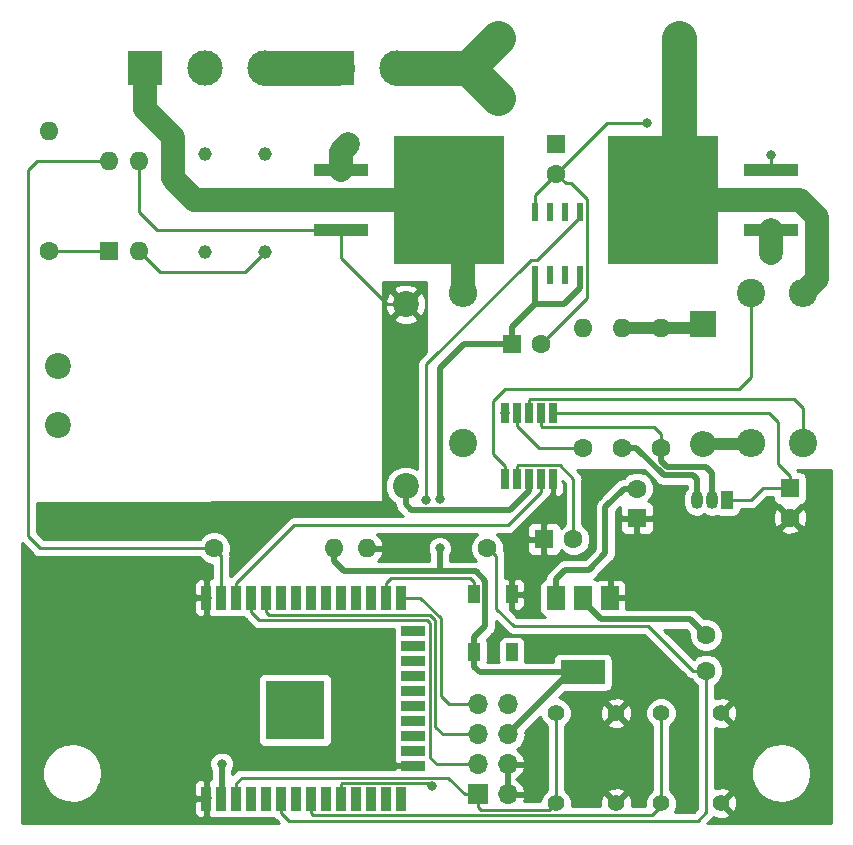
<source format=gbr>
G04 #@! TF.GenerationSoftware,KiCad,Pcbnew,5.0.2+dfsg1-1*
G04 #@! TF.CreationDate,2019-08-06T01:46:57+02:00*
G04 #@! TF.ProjectId,ceiling-light-dimmable,6365696c-696e-4672-9d6c-696768742d64,v1.1.0*
G04 #@! TF.SameCoordinates,Original*
G04 #@! TF.FileFunction,Copper,L1,Top*
G04 #@! TF.FilePolarity,Positive*
%FSLAX46Y46*%
G04 Gerber Fmt 4.6, Leading zero omitted, Abs format (unit mm)*
G04 Created by KiCad (PCBNEW 5.0.2+dfsg1-1) date Tue 06 Aug 2019 01:46:57 AM CEST*
%MOMM*%
%LPD*%
G01*
G04 APERTURE LIST*
G04 #@! TA.AperFunction,ComponentPad*
%ADD10R,1.700000X1.700000*%
G04 #@! TD*
G04 #@! TA.AperFunction,ComponentPad*
%ADD11O,1.700000X1.700000*%
G04 #@! TD*
G04 #@! TA.AperFunction,ComponentPad*
%ADD12R,1.600000X1.600000*%
G04 #@! TD*
G04 #@! TA.AperFunction,ComponentPad*
%ADD13C,1.600000*%
G04 #@! TD*
G04 #@! TA.AperFunction,SMDPad,CuDef*
%ADD14R,0.650000X1.750000*%
G04 #@! TD*
G04 #@! TA.AperFunction,ComponentPad*
%ADD15C,1.397000*%
G04 #@! TD*
G04 #@! TA.AperFunction,ComponentPad*
%ADD16R,2.200000X2.200000*%
G04 #@! TD*
G04 #@! TA.AperFunction,ComponentPad*
%ADD17O,2.200000X2.200000*%
G04 #@! TD*
G04 #@! TA.AperFunction,ComponentPad*
%ADD18C,1.160000*%
G04 #@! TD*
G04 #@! TA.AperFunction,ComponentPad*
%ADD19C,2.350000*%
G04 #@! TD*
G04 #@! TA.AperFunction,SMDPad,CuDef*
%ADD20R,1.000000X1.500000*%
G04 #@! TD*
G04 #@! TA.AperFunction,ComponentPad*
%ADD21O,1.600000X1.600000*%
G04 #@! TD*
G04 #@! TA.AperFunction,SMDPad,CuDef*
%ADD22R,0.600000X1.550000*%
G04 #@! TD*
G04 #@! TA.AperFunction,SMDPad,CuDef*
%ADD23R,3.800000X2.000000*%
G04 #@! TD*
G04 #@! TA.AperFunction,SMDPad,CuDef*
%ADD24R,1.500000X2.000000*%
G04 #@! TD*
G04 #@! TA.AperFunction,SMDPad,CuDef*
%ADD25R,9.400000X10.800000*%
G04 #@! TD*
G04 #@! TA.AperFunction,SMDPad,CuDef*
%ADD26R,4.600000X1.100000*%
G04 #@! TD*
G04 #@! TA.AperFunction,ComponentPad*
%ADD27O,1.050000X1.500000*%
G04 #@! TD*
G04 #@! TA.AperFunction,ComponentPad*
%ADD28R,1.050000X1.500000*%
G04 #@! TD*
G04 #@! TA.AperFunction,ComponentPad*
%ADD29C,2.200000*%
G04 #@! TD*
G04 #@! TA.AperFunction,SMDPad,CuDef*
%ADD30R,5.000000X5.000000*%
G04 #@! TD*
G04 #@! TA.AperFunction,SMDPad,CuDef*
%ADD31R,0.900000X2.000000*%
G04 #@! TD*
G04 #@! TA.AperFunction,SMDPad,CuDef*
%ADD32R,2.000000X0.900000*%
G04 #@! TD*
G04 #@! TA.AperFunction,ComponentPad*
%ADD33C,2.400000*%
G04 #@! TD*
G04 #@! TA.AperFunction,ComponentPad*
%ADD34O,2.400000X2.400000*%
G04 #@! TD*
G04 #@! TA.AperFunction,ComponentPad*
%ADD35R,3.000000X3.000000*%
G04 #@! TD*
G04 #@! TA.AperFunction,ComponentPad*
%ADD36C,3.000000*%
G04 #@! TD*
G04 #@! TA.AperFunction,ViaPad*
%ADD37C,0.800000*%
G04 #@! TD*
G04 #@! TA.AperFunction,ViaPad*
%ADD38C,2.000000*%
G04 #@! TD*
G04 #@! TA.AperFunction,Conductor*
%ADD39C,0.250000*%
G04 #@! TD*
G04 #@! TA.AperFunction,Conductor*
%ADD40C,3.000000*%
G04 #@! TD*
G04 #@! TA.AperFunction,Conductor*
%ADD41C,1.000000*%
G04 #@! TD*
G04 #@! TA.AperFunction,Conductor*
%ADD42C,2.000000*%
G04 #@! TD*
G04 #@! TA.AperFunction,Conductor*
%ADD43C,0.500000*%
G04 #@! TD*
G04 #@! TA.AperFunction,Conductor*
%ADD44C,0.254000*%
G04 #@! TD*
G04 APERTURE END LIST*
D10*
G04 #@! TO.P,J3,1*
G04 #@! TO.N,/ESP_EN*
X67831000Y-91688000D03*
D11*
G04 #@! TO.P,J3,2*
G04 #@! TO.N,GND*
X70371000Y-91688000D03*
G04 #@! TO.P,J3,3*
G04 #@! TO.N,/ESP_TXD0*
X67831000Y-89148000D03*
G04 #@! TO.P,J3,4*
G04 #@! TO.N,GND*
X70371000Y-89148000D03*
G04 #@! TO.P,J3,5*
G04 #@! TO.N,/ESP_RXD0*
X67831000Y-86608000D03*
G04 #@! TO.P,J3,6*
G04 #@! TO.N,+3V3*
X70371000Y-86608000D03*
G04 #@! TO.P,J3,7*
G04 #@! TO.N,/ESP_GPIO_00*
X67831000Y-84068000D03*
G04 #@! TO.P,J3,8*
G04 #@! TO.N,+5V*
X70371000Y-84068000D03*
G04 #@! TD*
D12*
G04 #@! TO.P,C5,1*
G04 #@! TO.N,+3V3*
X70675000Y-53600000D03*
D13*
G04 #@! TO.P,C5,2*
G04 #@! TO.N,GND*
X73175000Y-53600000D03*
G04 #@! TD*
G04 #@! TO.P,C4,2*
G04 #@! TO.N,+5V*
X81293000Y-65820000D03*
D12*
G04 #@! TO.P,C4,1*
G04 #@! TO.N,GND*
X81293000Y-68320000D03*
G04 #@! TD*
G04 #@! TO.P,C1,1*
G04 #@! TO.N,GND*
X73419000Y-70098000D03*
D13*
G04 #@! TO.P,C1,2*
G04 #@! TO.N,/ESP_GPIO_25*
X75919000Y-70098000D03*
G04 #@! TD*
G04 #@! TO.P,C2,2*
G04 #@! TO.N,GND*
X74450000Y-39150000D03*
D12*
G04 #@! TO.P,C2,1*
G04 #@! TO.N,Net-(C2-Pad1)*
X74450000Y-36650000D03*
G04 #@! TD*
G04 #@! TO.P,C3,1*
G04 #@! TO.N,Net-(C3-Pad1)*
X94247000Y-65780000D03*
D13*
G04 #@! TO.P,C3,2*
G04 #@! TO.N,GND*
X94247000Y-68280000D03*
G04 #@! TD*
D14*
G04 #@! TO.P,U4,10*
G04 #@! TO.N,Net-(R10-Pad1)*
X70149000Y-59424000D03*
G04 #@! TO.P,U4,9*
G04 #@! TO.N,Net-(R11-Pad1)*
X71149000Y-59424000D03*
G04 #@! TO.P,U4,8*
G04 #@! TO.N,Net-(R12-Pad1)*
X72149000Y-59424000D03*
G04 #@! TO.P,U4,7*
G04 #@! TO.N,Net-(Q4-Pad2)*
X73149000Y-59424000D03*
G04 #@! TO.P,U4,6*
G04 #@! TO.N,Net-(C3-Pad1)*
X74149000Y-59424000D03*
G04 #@! TO.P,U4,5*
G04 #@! TO.N,GND*
X74149000Y-65024000D03*
G04 #@! TO.P,U4,4*
G04 #@! TO.N,/ESP_GPIO_22*
X73149000Y-65024000D03*
G04 #@! TO.P,U4,3*
G04 #@! TO.N,+5V*
X72149000Y-65024000D03*
G04 #@! TO.P,U4,2*
G04 #@! TO.N,/ESP_GPIO_25*
X71149000Y-65024000D03*
G04 #@! TO.P,U4,1*
G04 #@! TO.N,Net-(R13-Pad1)*
X70149000Y-65024000D03*
G04 #@! TD*
D15*
G04 #@! TO.P,SW2,2*
G04 #@! TO.N,/ESP_EN*
X74435000Y-84830000D03*
G04 #@! TO.P,SW2,1*
G04 #@! TO.N,GND*
X79515000Y-84830000D03*
G04 #@! TO.P,SW2,2*
G04 #@! TO.N,/ESP_EN*
X74435000Y-92450000D03*
G04 #@! TO.P,SW2,1*
G04 #@! TO.N,GND*
X79515000Y-92450000D03*
G04 #@! TD*
G04 #@! TO.P,SW1,1*
G04 #@! TO.N,Net-(SW1-Pad1)*
X83325000Y-84830000D03*
G04 #@! TO.P,SW1,2*
G04 #@! TO.N,GND*
X88405000Y-84830000D03*
G04 #@! TO.P,SW1,1*
G04 #@! TO.N,Net-(SW1-Pad1)*
X83325000Y-92450000D03*
G04 #@! TO.P,SW1,2*
G04 #@! TO.N,GND*
X88405000Y-92450000D03*
G04 #@! TD*
D16*
G04 #@! TO.P,D2,1*
G04 #@! TO.N,Net-(D2-Pad1)*
X86881000Y-51902000D03*
D17*
G04 #@! TO.P,D2,2*
G04 #@! TO.N,/N_MAIN*
X86881000Y-62062000D03*
G04 #@! TD*
D18*
G04 #@! TO.P,BR1,4*
G04 #@! TO.N,/L_M1*
X44707000Y-37525000D03*
G04 #@! TO.P,BR1,3*
G04 #@! TO.N,/N_MAIN*
X49807000Y-37525000D03*
G04 #@! TO.P,BR1,2*
G04 #@! TO.N,Net-(BR1-Pad2)*
X49807000Y-45775000D03*
G04 #@! TO.P,BR1,1*
G04 #@! TO.N,Net-(BR1-Pad1)*
X44707000Y-45775000D03*
G04 #@! TD*
D19*
G04 #@! TO.P,F1,2*
G04 #@! TO.N,Net-(F1-Pad2)*
X69529000Y-32760000D03*
X69529000Y-27680000D03*
G04 #@! TO.P,F1,1*
G04 #@! TO.N,/L_OUT*
X84849000Y-32760000D03*
X84849000Y-27680000D03*
G04 #@! TD*
D20*
G04 #@! TO.P,D1,3*
G04 #@! TO.N,GND*
X70701000Y-74760000D03*
G04 #@! TO.P,D1,4*
G04 #@! TO.N,/ESP_GPIO_04*
X67501000Y-74760000D03*
G04 #@! TO.P,D1,2*
G04 #@! TO.N,Net-(D1-Pad2)*
X70701000Y-79660000D03*
G04 #@! TO.P,D1,1*
G04 #@! TO.N,+3V3*
X67501000Y-79660000D03*
G04 #@! TD*
D13*
G04 #@! TO.P,R7,1*
G04 #@! TO.N,+3V3*
X87135000Y-78226000D03*
G04 #@! TO.P,R7,2*
G04 #@! TO.N,/ESP_GPIO_34*
X87135000Y-81226000D03*
G04 #@! TD*
D12*
G04 #@! TO.P,U1,1*
G04 #@! TO.N,Net-(R1-Pad1)*
X36589000Y-45714000D03*
D21*
G04 #@! TO.P,U1,3*
G04 #@! TO.N,GND*
X39129000Y-38094000D03*
G04 #@! TO.P,U1,2*
G04 #@! TO.N,Net-(BR1-Pad2)*
X39129000Y-45714000D03*
G04 #@! TO.P,U1,4*
G04 #@! TO.N,/ESP_GPIO_23*
X36589000Y-38094000D03*
G04 #@! TD*
D22*
G04 #@! TO.P,U5,1*
G04 #@! TO.N,/ESP_GPIO_35*
X76455000Y-42375000D03*
G04 #@! TO.P,U5,2*
G04 #@! TO.N,N/C*
X75185000Y-42375000D03*
G04 #@! TO.P,U5,3*
X73915000Y-42375000D03*
G04 #@! TO.P,U5,4*
G04 #@! TO.N,GND*
X72645000Y-42375000D03*
G04 #@! TO.P,U5,5*
G04 #@! TO.N,+3V3*
X72645000Y-47775000D03*
G04 #@! TO.P,U5,6*
G04 #@! TO.N,N/C*
X73915000Y-47775000D03*
G04 #@! TO.P,U5,7*
X75185000Y-47775000D03*
G04 #@! TO.P,U5,8*
G04 #@! TO.N,+3V3*
X76455000Y-47775000D03*
G04 #@! TD*
D23*
G04 #@! TO.P,U3,2*
G04 #@! TO.N,+3V3*
X76721000Y-81376000D03*
D24*
X76721000Y-75076000D03*
G04 #@! TO.P,U3,3*
G04 #@! TO.N,+5V*
X74421000Y-75076000D03*
G04 #@! TO.P,U3,1*
G04 #@! TO.N,GND*
X79021000Y-75076000D03*
G04 #@! TD*
D25*
G04 #@! TO.P,Q3,2*
G04 #@! TO.N,/L_OUT*
X83506000Y-41396000D03*
D26*
G04 #@! TO.P,Q3,3*
G04 #@! TO.N,GND*
X92656000Y-38856000D03*
G04 #@! TO.P,Q3,2*
G04 #@! TO.N,/L_OUT*
X92656000Y-41396000D03*
G04 #@! TO.P,Q3,1*
G04 #@! TO.N,Net-(C2-Pad1)*
X92656000Y-43936000D03*
G04 #@! TD*
G04 #@! TO.P,Q2,1*
G04 #@! TO.N,Net-(C2-Pad1)*
X56214000Y-38856000D03*
G04 #@! TO.P,Q2,2*
G04 #@! TO.N,/L_M2*
X56214000Y-41396000D03*
G04 #@! TO.P,Q2,3*
G04 #@! TO.N,GND*
X56214000Y-43936000D03*
D25*
G04 #@! TO.P,Q2,2*
G04 #@! TO.N,/L_M2*
X65364000Y-41396000D03*
G04 #@! TD*
D27*
G04 #@! TO.P,Q4,2*
G04 #@! TO.N,Net-(Q4-Pad2)*
X87643000Y-66796000D03*
G04 #@! TO.P,Q4,3*
G04 #@! TO.N,Net-(Q4-Pad3)*
X86373000Y-66796000D03*
D28*
G04 #@! TO.P,Q4,1*
G04 #@! TO.N,Net-(C3-Pad1)*
X88913000Y-66796000D03*
G04 #@! TD*
D29*
G04 #@! TO.P,U2,1*
G04 #@! TO.N,/L_M2*
X32303000Y-55406000D03*
G04 #@! TO.P,U2,2*
G04 #@! TO.N,/N_MAIN*
X32303000Y-60406000D03*
G04 #@! TO.P,U2,3*
G04 #@! TO.N,GND*
X61703000Y-50206000D03*
G04 #@! TO.P,U2,4*
G04 #@! TO.N,+5V*
X61703000Y-65606000D03*
G04 #@! TD*
D30*
G04 #@! TO.P,U6,39*
G04 #@! TO.N,N/C*
X52344000Y-84560000D03*
D31*
G04 #@! TO.P,U6,1*
G04 #@! TO.N,GND*
X44844000Y-92060000D03*
G04 #@! TO.P,U6,2*
G04 #@! TO.N,+3V3*
X46114000Y-92060000D03*
G04 #@! TO.P,U6,3*
G04 #@! TO.N,/ESP_EN*
X47384000Y-92060000D03*
G04 #@! TO.P,U6,4*
G04 #@! TO.N,/ESP_SENSOR_VP*
X48654000Y-92060000D03*
G04 #@! TO.P,U6,5*
G04 #@! TO.N,/ESP_SENSOR_VN*
X49924000Y-92060000D03*
G04 #@! TO.P,U6,6*
G04 #@! TO.N,/ESP_GPIO_34*
X51194000Y-92060000D03*
G04 #@! TO.P,U6,7*
G04 #@! TO.N,/ESP_GPIO_35*
X52464000Y-92060000D03*
G04 #@! TO.P,U6,8*
G04 #@! TO.N,Net-(SW1-Pad1)*
X53734000Y-92060000D03*
G04 #@! TO.P,U6,9*
G04 #@! TO.N,/ESP_GPIO_33*
X55004000Y-92060000D03*
G04 #@! TO.P,U6,10*
G04 #@! TO.N,/ESP_GPIO_25*
X56274000Y-92060000D03*
G04 #@! TO.P,U6,11*
G04 #@! TO.N,/ESP_GPIO_26*
X57544000Y-92060000D03*
G04 #@! TO.P,U6,12*
G04 #@! TO.N,/ESP_GPIO_27*
X58814000Y-92060000D03*
G04 #@! TO.P,U6,13*
G04 #@! TO.N,/ESP_GPIO_14*
X60084000Y-92060000D03*
G04 #@! TO.P,U6,14*
G04 #@! TO.N,/ESP_GPIO_12*
X61354000Y-92060000D03*
D32*
G04 #@! TO.P,U6,15*
G04 #@! TO.N,GND*
X62354000Y-89275000D03*
G04 #@! TO.P,U6,16*
G04 #@! TO.N,/ESP_GPIO_13*
X62354000Y-88005000D03*
G04 #@! TO.P,U6,17*
G04 #@! TO.N,Net-(U6-Pad17)*
X62354000Y-86735000D03*
G04 #@! TO.P,U6,18*
G04 #@! TO.N,Net-(U6-Pad18)*
X62354000Y-85465000D03*
G04 #@! TO.P,U6,19*
G04 #@! TO.N,Net-(U6-Pad19)*
X62354000Y-84195000D03*
G04 #@! TO.P,U6,20*
G04 #@! TO.N,Net-(U6-Pad20)*
X62354000Y-82925000D03*
G04 #@! TO.P,U6,21*
G04 #@! TO.N,Net-(U6-Pad21)*
X62354000Y-81655000D03*
G04 #@! TO.P,U6,22*
G04 #@! TO.N,Net-(U6-Pad22)*
X62354000Y-80385000D03*
G04 #@! TO.P,U6,23*
G04 #@! TO.N,/ESP_GPIO_15*
X62354000Y-79115000D03*
G04 #@! TO.P,U6,24*
G04 #@! TO.N,/ESP_GPIO_02*
X62354000Y-77845000D03*
D31*
G04 #@! TO.P,U6,25*
G04 #@! TO.N,/ESP_GPIO_00*
X61354000Y-75060000D03*
G04 #@! TO.P,U6,26*
G04 #@! TO.N,/ESP_GPIO_04*
X60084000Y-75060000D03*
G04 #@! TO.P,U6,27*
G04 #@! TO.N,/ESP_GPIO_16*
X58814000Y-75060000D03*
G04 #@! TO.P,U6,28*
G04 #@! TO.N,/ESP_GPIO_17*
X57544000Y-75060000D03*
G04 #@! TO.P,U6,29*
G04 #@! TO.N,/ESP_GPIO_05*
X56274000Y-75060000D03*
G04 #@! TO.P,U6,30*
G04 #@! TO.N,/ESP_GPIO_18*
X55004000Y-75060000D03*
G04 #@! TO.P,U6,31*
G04 #@! TO.N,/ESP_GPIO_19*
X53734000Y-75060000D03*
G04 #@! TO.P,U6,32*
G04 #@! TO.N,Net-(U6-Pad32)*
X52464000Y-75060000D03*
G04 #@! TO.P,U6,33*
G04 #@! TO.N,/ESP_GPIO_21*
X51194000Y-75060000D03*
G04 #@! TO.P,U6,34*
G04 #@! TO.N,/ESP_RXD0*
X49924000Y-75060000D03*
G04 #@! TO.P,U6,35*
G04 #@! TO.N,/ESP_TXD0*
X48654000Y-75060000D03*
G04 #@! TO.P,U6,36*
G04 #@! TO.N,/ESP_GPIO_22*
X47384000Y-75060000D03*
G04 #@! TO.P,U6,37*
G04 #@! TO.N,/ESP_GPIO_23*
X46114000Y-75060000D03*
G04 #@! TO.P,U6,38*
G04 #@! TO.N,GND*
X44844000Y-75060000D03*
G04 #@! TD*
D21*
G04 #@! TO.P,R1,2*
G04 #@! TO.N,Net-(BR1-Pad1)*
X31509000Y-35554000D03*
D13*
G04 #@! TO.P,R1,1*
G04 #@! TO.N,Net-(R1-Pad1)*
X31509000Y-45714000D03*
G04 #@! TD*
G04 #@! TO.P,R2,1*
G04 #@! TO.N,/ESP_GPIO_23*
X45479000Y-70860000D03*
D21*
G04 #@! TO.P,R2,2*
G04 #@! TO.N,+3V3*
X55639000Y-70860000D03*
G04 #@! TD*
D13*
G04 #@! TO.P,R5,1*
G04 #@! TO.N,Net-(Q4-Pad2)*
X83325000Y-62354000D03*
D21*
G04 #@! TO.P,R5,2*
G04 #@! TO.N,Net-(D2-Pad1)*
X83325000Y-52194000D03*
G04 #@! TD*
D13*
G04 #@! TO.P,R6,1*
G04 #@! TO.N,/ESP_GPIO_34*
X68593000Y-70860000D03*
D21*
G04 #@! TO.P,R6,2*
G04 #@! TO.N,GND*
X58433000Y-70860000D03*
G04 #@! TD*
D13*
G04 #@! TO.P,R9,1*
G04 #@! TO.N,Net-(Q4-Pad3)*
X80023000Y-62354000D03*
D21*
G04 #@! TO.P,R9,2*
G04 #@! TO.N,Net-(D2-Pad1)*
X80023000Y-52194000D03*
G04 #@! TD*
G04 #@! TO.P,R11,2*
G04 #@! TO.N,Net-(C2-Pad1)*
X76721000Y-52204000D03*
D13*
G04 #@! TO.P,R11,1*
G04 #@! TO.N,Net-(R11-Pad1)*
X76721000Y-62364000D03*
G04 #@! TD*
D33*
G04 #@! TO.P,R10,1*
G04 #@! TO.N,Net-(R10-Pad1)*
X66561000Y-61970000D03*
D34*
G04 #@! TO.P,R10,2*
G04 #@! TO.N,/L_M2*
X66561000Y-49270000D03*
G04 #@! TD*
G04 #@! TO.P,R12,2*
G04 #@! TO.N,/L_OUT*
X95373000Y-49278000D03*
D33*
G04 #@! TO.P,R12,1*
G04 #@! TO.N,Net-(R12-Pad1)*
X95373000Y-61978000D03*
G04 #@! TD*
G04 #@! TO.P,R13,1*
G04 #@! TO.N,Net-(R13-Pad1)*
X90945000Y-49270000D03*
D34*
G04 #@! TO.P,R13,2*
G04 #@! TO.N,/N_MAIN*
X90945000Y-61970000D03*
G04 #@! TD*
D35*
G04 #@! TO.P,J2,1*
G04 #@! TO.N,/N_MAIN*
X55893000Y-30220000D03*
D36*
G04 #@! TO.P,J2,2*
G04 #@! TO.N,Net-(F1-Pad2)*
X60973000Y-30220000D03*
G04 #@! TD*
D35*
G04 #@! TO.P,J1,1*
G04 #@! TO.N,/L_M2*
X39637000Y-30220000D03*
D36*
G04 #@! TO.P,J1,2*
G04 #@! TO.N,/L_M1*
X44717000Y-30220000D03*
G04 #@! TO.P,J1,3*
G04 #@! TO.N,/N_MAIN*
X49797000Y-30220000D03*
G04 #@! TD*
D37*
G04 #@! TO.N,+3V3*
X46125000Y-89125000D03*
X64600000Y-66725000D03*
X64600000Y-70875000D03*
X76721000Y-81376000D03*
X76721000Y-75076000D03*
G04 #@! TO.N,GND*
X62150000Y-89275000D03*
X44850000Y-92050000D03*
X44850000Y-75075000D03*
X82125000Y-34850000D03*
X92600000Y-37575000D03*
G04 #@! TO.N,Net-(R10-Pad1)*
X70149000Y-59424000D03*
D38*
G04 #@! TO.N,Net-(C2-Pad1)*
X56845000Y-36675000D03*
X92650000Y-45900000D03*
D37*
G04 #@! TO.N,+5V*
X74421000Y-75076000D03*
G04 #@! TO.N,/ESP_GPIO_35*
X52464000Y-92060000D03*
X63425000Y-66750000D03*
G04 #@! TO.N,/ESP_GPIO_25*
X63950000Y-91009989D03*
G04 #@! TD*
D39*
G04 #@! TO.N,/N_MAIN*
X49797000Y-37515000D02*
X49807000Y-37525000D01*
D40*
X49797000Y-30220000D02*
X55893000Y-30220000D01*
D41*
X49807000Y-30230000D02*
X49797000Y-30220000D01*
X90853000Y-62062000D02*
X90945000Y-61970000D01*
X86881000Y-62062000D02*
X90853000Y-62062000D01*
D40*
G04 #@! TO.N,Net-(F1-Pad2)*
X66989000Y-30220000D02*
X69529000Y-27680000D01*
X60973000Y-30220000D02*
X66989000Y-30220000D01*
X69529000Y-32760000D02*
X66989000Y-30220000D01*
D39*
G04 #@! TO.N,Net-(R12-Pad1)*
X72224001Y-58223999D02*
X94564999Y-58223999D01*
X72149000Y-59424000D02*
X72149000Y-58299000D01*
X72149000Y-58299000D02*
X72224001Y-58223999D01*
X95373000Y-59032000D02*
X95373000Y-61978000D01*
X94564999Y-58223999D02*
X95373000Y-59032000D01*
D40*
G04 #@! TO.N,/L_OUT*
X84849000Y-27680000D02*
X84849000Y-32760000D01*
X84849000Y-40053000D02*
X83506000Y-41396000D01*
X84849000Y-32760000D02*
X84849000Y-40053000D01*
D42*
X96572999Y-48078001D02*
X95373000Y-49278000D01*
X92656000Y-41396000D02*
X95126002Y-41396000D01*
X96572999Y-42842997D02*
X96572999Y-48078001D01*
X95126002Y-41396000D02*
X96572999Y-42842997D01*
X83506000Y-41396000D02*
X92656000Y-41396000D01*
D39*
G04 #@! TO.N,Net-(R1-Pad1)*
X31509000Y-45714000D02*
X36589000Y-45714000D01*
G04 #@! TO.N,+3V3*
X76721000Y-75326000D02*
X76721000Y-75076000D01*
D43*
X78269990Y-76874990D02*
X76721000Y-75326000D01*
X87135000Y-78226000D02*
X85783990Y-76874990D01*
X85783990Y-76874990D02*
X78269990Y-76874990D01*
X74321000Y-81376000D02*
X76721000Y-81376000D01*
X67967000Y-81376000D02*
X74321000Y-81376000D01*
X67501000Y-79660000D02*
X67501000Y-80910000D01*
X67501000Y-80910000D02*
X67967000Y-81376000D01*
X46125000Y-92049000D02*
X46114000Y-92060000D01*
X46125000Y-89125000D02*
X46125000Y-92049000D01*
X67501000Y-78410000D02*
X67501000Y-79660000D01*
X68451001Y-73649999D02*
X68451001Y-77459999D01*
X55639000Y-70860000D02*
X55639000Y-71991370D01*
X55639000Y-71991370D02*
X56472620Y-72824990D01*
X68451001Y-77459999D02*
X67501000Y-78410000D01*
X67625992Y-72824990D02*
X68451001Y-73649999D01*
X64600000Y-55636410D02*
X64600000Y-66725000D01*
X64600000Y-71440685D02*
X64600000Y-72824990D01*
X64600000Y-70875000D02*
X64600000Y-71440685D01*
X56472620Y-72824990D02*
X64600000Y-72824990D01*
X64600000Y-72824990D02*
X67625992Y-72824990D01*
X66636410Y-53600000D02*
X70675000Y-53600000D01*
X64600000Y-55636410D02*
X66636410Y-53600000D01*
X70675000Y-53600000D02*
X70675000Y-52150000D01*
X72645000Y-50180000D02*
X72645000Y-47775000D01*
X70675000Y-52150000D02*
X72645000Y-50180000D01*
X75075000Y-50180000D02*
X72645000Y-50180000D01*
X76455000Y-47775000D02*
X76455000Y-48800000D01*
X76455000Y-48800000D02*
X75075000Y-50180000D01*
X75603000Y-81376000D02*
X76721000Y-81376000D01*
X70371000Y-86608000D02*
X75603000Y-81376000D01*
D41*
G04 #@! TO.N,Net-(D2-Pad1)*
X80023000Y-52194000D02*
X83325000Y-52194000D01*
X86589000Y-52194000D02*
X86881000Y-51902000D01*
X83325000Y-52194000D02*
X86589000Y-52194000D01*
D43*
G04 #@! TO.N,Net-(Q4-Pad2)*
X83325000Y-63485370D02*
X83841630Y-64002000D01*
X83325000Y-62354000D02*
X83325000Y-63485370D01*
X83841630Y-64002000D02*
X87135000Y-64002000D01*
X87643000Y-64510000D02*
X87643000Y-66796000D01*
X87135000Y-64002000D02*
X87643000Y-64510000D01*
D39*
X82726371Y-60624001D02*
X83325000Y-61222630D01*
X73224001Y-60624001D02*
X82726371Y-60624001D01*
X83325000Y-61222630D02*
X83325000Y-62354000D01*
X73149000Y-60549000D02*
X73224001Y-60624001D01*
X73149000Y-59424000D02*
X73149000Y-60549000D01*
G04 #@! TO.N,GND*
X72645000Y-40955000D02*
X74450000Y-39150000D01*
X72645000Y-42375000D02*
X72645000Y-40955000D01*
X75249999Y-39949999D02*
X74450000Y-39150000D01*
X75690001Y-39949999D02*
X75249999Y-39949999D01*
X77080001Y-41339999D02*
X75690001Y-39949999D01*
X73175000Y-53600000D02*
X77080001Y-49694999D01*
X77080001Y-49694999D02*
X77080001Y-41339999D01*
X39129000Y-38094000D02*
X39129000Y-42429000D01*
X40636000Y-43936000D02*
X56214000Y-43936000D01*
X39129000Y-42429000D02*
X40636000Y-43936000D01*
X56214000Y-44736000D02*
X56214000Y-43936000D01*
X56214000Y-46272634D02*
X56214000Y-44736000D01*
X61703000Y-50206000D02*
X60147366Y-50206000D01*
X60147366Y-50206000D02*
X56214000Y-46272634D01*
X78750000Y-34850000D02*
X74450000Y-39150000D01*
X82125000Y-34850000D02*
X78750000Y-34850000D01*
X92656000Y-38856000D02*
X92656000Y-37631000D01*
X92656000Y-37631000D02*
X92600000Y-37575000D01*
D43*
G04 #@! TO.N,Net-(Q4-Pad3)*
X81203667Y-62354000D02*
X80023000Y-62354000D01*
X86057010Y-64702010D02*
X83551677Y-64702010D01*
X86373000Y-66796000D02*
X86373000Y-65018000D01*
X83551677Y-64702010D02*
X81203667Y-62354000D01*
X86373000Y-65018000D02*
X86057010Y-64702010D01*
D41*
G04 #@! TO.N,Net-(C2-Pad1)*
X90906000Y-43936000D02*
X92656000Y-43936000D01*
D42*
X56214000Y-37306000D02*
X56845000Y-36675000D01*
X56214000Y-38856000D02*
X56214000Y-37306000D01*
X92656000Y-43936000D02*
X92656000Y-45894000D01*
X92656000Y-45894000D02*
X92650000Y-45900000D01*
D39*
G04 #@! TO.N,Net-(R11-Pad1)*
X71149000Y-59424000D02*
X71149000Y-60549000D01*
X75589630Y-62364000D02*
X76721000Y-62364000D01*
X72964000Y-62364000D02*
X75589630Y-62364000D01*
X71149000Y-60549000D02*
X72964000Y-62364000D01*
G04 #@! TO.N,Net-(SW1-Pad1)*
X82555499Y-93473501D02*
X53897501Y-93473501D01*
X83325000Y-92704000D02*
X82555499Y-93473501D01*
X53734000Y-93310000D02*
X53734000Y-92060000D01*
X53897501Y-93473501D02*
X53734000Y-93310000D01*
X83325000Y-92450000D02*
X83325000Y-92704000D01*
X83325000Y-85817828D02*
X83325000Y-92450000D01*
X83325000Y-84830000D02*
X83325000Y-85817828D01*
G04 #@! TO.N,+5V*
X72149000Y-65024000D02*
X72149000Y-65809002D01*
D43*
X72149000Y-66034002D02*
X72149000Y-65024000D01*
X70583001Y-67600001D02*
X72149000Y-66034002D01*
X61703000Y-65606000D02*
X61703000Y-67161634D01*
X62141367Y-67600001D02*
X70583001Y-67600001D01*
X61703000Y-67161634D02*
X62141367Y-67600001D01*
X78625000Y-71300000D02*
X77250000Y-72675000D01*
X78625000Y-67356630D02*
X78625000Y-71300000D01*
X81293000Y-65820000D02*
X80161630Y-65820000D01*
X80161630Y-65820000D02*
X78625000Y-67356630D01*
X77250000Y-72675000D02*
X75225000Y-72675000D01*
X74421000Y-73479000D02*
X74421000Y-75076000D01*
X75225000Y-72675000D02*
X74421000Y-73479000D01*
D39*
G04 #@! TO.N,Net-(C3-Pad1)*
X88913000Y-66796000D02*
X90945000Y-66796000D01*
X91961000Y-65780000D02*
X94247000Y-65780000D01*
X90945000Y-66796000D02*
X91961000Y-65780000D01*
X94247000Y-64730000D02*
X93231000Y-63714000D01*
X94247000Y-65780000D02*
X94247000Y-64730000D01*
X93231000Y-63714000D02*
X93231000Y-60192000D01*
X92463000Y-59424000D02*
X74149000Y-59424000D01*
X93231000Y-60192000D02*
X92463000Y-59424000D01*
G04 #@! TO.N,Net-(BR1-Pad2)*
X49807000Y-45775000D02*
X48090000Y-47492000D01*
X40907000Y-47492000D02*
X39129000Y-45714000D01*
X48090000Y-47492000D02*
X40907000Y-47492000D01*
G04 #@! TO.N,Net-(D1-Pad2)*
X70701000Y-79660000D02*
X70701000Y-79910000D01*
D42*
G04 #@! TO.N,/L_M2*
X65364000Y-41396000D02*
X56214000Y-41396000D01*
X66561000Y-42593000D02*
X65364000Y-41396000D01*
X66561000Y-49270000D02*
X66561000Y-42593000D01*
X51914000Y-41396000D02*
X51910000Y-41400000D01*
X56214000Y-41396000D02*
X51914000Y-41396000D01*
X39637000Y-33720000D02*
X41975000Y-36058000D01*
X39637000Y-30220000D02*
X39637000Y-33720000D01*
X41975000Y-36058000D02*
X41975000Y-39550000D01*
X43821000Y-41396000D02*
X51914000Y-41396000D01*
X41975000Y-39550000D02*
X43821000Y-41396000D01*
D39*
G04 #@! TO.N,/L_M1*
X44707000Y-30230000D02*
X44717000Y-30220000D01*
G04 #@! TO.N,Net-(R13-Pad1)*
X90945000Y-56382000D02*
X90945000Y-49270000D01*
X89929000Y-57398000D02*
X90945000Y-56382000D01*
X69101000Y-62851000D02*
X69101000Y-58414000D01*
X70149000Y-63899000D02*
X69101000Y-62851000D01*
X70149000Y-65024000D02*
X70149000Y-63899000D01*
X70117000Y-57398000D02*
X89929000Y-57398000D01*
X69101000Y-58414000D02*
X70117000Y-57398000D01*
G04 #@! TO.N,/ESP_EN*
X47384000Y-90810000D02*
X47384000Y-92060000D01*
X67831000Y-91688000D02*
X66731000Y-91688000D01*
X66731000Y-91688000D02*
X65327989Y-90284989D01*
X65327989Y-90284989D02*
X47815011Y-90284989D01*
X47815011Y-90284989D02*
X47384000Y-90716000D01*
X47384000Y-90716000D02*
X47384000Y-90810000D01*
X74435000Y-92450000D02*
X74425000Y-92450000D01*
X74425000Y-92450000D02*
X73851509Y-93023491D01*
X68066491Y-93023491D02*
X73851509Y-93023491D01*
X67831000Y-91688000D02*
X67831000Y-92788000D01*
X67831000Y-92788000D02*
X68066491Y-93023491D01*
X74435000Y-91462172D02*
X74435000Y-84830000D01*
X74435000Y-92450000D02*
X74435000Y-91462172D01*
G04 #@! TO.N,/ESP_RXD0*
X49924000Y-75060000D02*
X49924000Y-76310000D01*
X49924000Y-76310000D02*
X50119990Y-76505990D01*
X50119990Y-76505990D02*
X62594010Y-76505990D01*
X62594010Y-76505990D02*
X63755990Y-76505990D01*
X63755990Y-76505990D02*
X64217010Y-76967010D01*
X64217010Y-76967010D02*
X64217010Y-77036598D01*
X64217010Y-76967010D02*
X64217010Y-85967010D01*
X64858000Y-86608000D02*
X67831000Y-86608000D01*
X64217010Y-85967010D02*
X64858000Y-86608000D01*
G04 #@! TO.N,/ESP_TXD0*
X48654000Y-76310000D02*
X48654000Y-75060000D01*
X49300000Y-76956000D02*
X48654000Y-76310000D01*
X67831000Y-89148000D02*
X64323000Y-89148000D01*
X64323000Y-89148000D02*
X63767000Y-88592000D01*
X63500002Y-76956000D02*
X49300000Y-76956000D01*
X63767000Y-88592000D02*
X63767000Y-77222998D01*
X63767000Y-77222998D02*
X63500002Y-76956000D01*
G04 #@! TO.N,/ESP_GPIO_34*
X87135000Y-93212000D02*
X87135000Y-81226000D01*
X86423489Y-93923511D02*
X87135000Y-93212000D01*
X51194000Y-93310000D02*
X51194000Y-92060000D01*
X86423489Y-93923511D02*
X51807511Y-93923511D01*
X51807511Y-93923511D02*
X51194000Y-93310000D01*
X69375000Y-71525000D02*
X68710000Y-70860000D01*
X87135000Y-81226000D02*
X86003630Y-81226000D01*
X86003630Y-81226000D02*
X82227630Y-77450000D01*
X68710000Y-70860000D02*
X68593000Y-70860000D01*
X70850000Y-77450000D02*
X69375000Y-75975000D01*
X82227630Y-77450000D02*
X70850000Y-77450000D01*
X69375000Y-75975000D02*
X69375000Y-71525000D01*
G04 #@! TO.N,/ESP_GPIO_35*
X63450000Y-66725000D02*
X63425000Y-66750000D01*
X76455000Y-42375000D02*
X76455000Y-42850000D01*
X63450000Y-55309998D02*
X63450000Y-66725000D01*
X72830000Y-46475000D02*
X72284998Y-46475000D01*
X76455000Y-42850000D02*
X72830000Y-46475000D01*
X72284998Y-46475000D02*
X63450000Y-55309998D01*
G04 #@! TO.N,/ESP_GPIO_00*
X61354000Y-75060000D02*
X61354000Y-75813000D01*
X65393000Y-84068000D02*
X67831000Y-84068000D01*
X64667020Y-83342020D02*
X65393000Y-84068000D01*
X64667020Y-76780610D02*
X64667020Y-83342020D01*
X61354000Y-75060000D02*
X62946410Y-75060000D01*
X62946410Y-75060000D02*
X64667020Y-76780610D01*
G04 #@! TO.N,/ESP_GPIO_23*
X29731000Y-69844000D02*
X30747000Y-70860000D01*
X29731000Y-38856000D02*
X29731000Y-69844000D01*
X36589000Y-38094000D02*
X30493000Y-38094000D01*
X30747000Y-70860000D02*
X45479000Y-70860000D01*
X30493000Y-38094000D02*
X29731000Y-38856000D01*
X46114000Y-71495000D02*
X45479000Y-70860000D01*
X46114000Y-75060000D02*
X46114000Y-71495000D01*
G04 #@! TO.N,/ESP_GPIO_25*
X75919000Y-68966630D02*
X75919000Y-70098000D01*
X71149000Y-65024000D02*
X71149000Y-63899000D01*
X71149000Y-63899000D02*
X71224001Y-63823999D01*
X71224001Y-63823999D02*
X74734001Y-63823999D01*
X74734001Y-63823999D02*
X75919000Y-65008998D01*
X75919000Y-65008998D02*
X75919000Y-68966630D01*
X63675010Y-90734999D02*
X63950000Y-91009989D01*
X56274000Y-90810000D02*
X56349001Y-90734999D01*
X56349001Y-90734999D02*
X63675010Y-90734999D01*
X56274000Y-92060000D02*
X56274000Y-90810000D01*
G04 #@! TO.N,/ESP_GPIO_04*
X67501000Y-73760000D02*
X67141000Y-73400000D01*
X67501000Y-74760000D02*
X67501000Y-73760000D01*
X60494000Y-73400000D02*
X67141000Y-73400000D01*
X60084000Y-75060000D02*
X60084000Y-73810000D01*
X60084000Y-73810000D02*
X60494000Y-73400000D01*
G04 #@! TO.N,/ESP_GPIO_22*
X47384000Y-73810000D02*
X52269000Y-68925000D01*
X47384000Y-75060000D02*
X47384000Y-73810000D01*
X70373000Y-68925000D02*
X73149000Y-66149000D01*
X52269000Y-68925000D02*
X70373000Y-68925000D01*
X73149000Y-65024000D02*
X73149000Y-66149000D01*
G04 #@! TD*
D44*
G04 #@! TO.N,GND*
G36*
X29246528Y-70434329D02*
X30156670Y-71344472D01*
X30199071Y-71407929D01*
X30450463Y-71575904D01*
X30672148Y-71620000D01*
X30672153Y-71620000D01*
X30747000Y-71634888D01*
X30821847Y-71620000D01*
X44240570Y-71620000D01*
X44262466Y-71672862D01*
X44666138Y-72076534D01*
X45193561Y-72295000D01*
X45354001Y-72295000D01*
X45354000Y-73425000D01*
X45129750Y-73425000D01*
X44971000Y-73583750D01*
X44971000Y-74933000D01*
X44991000Y-74933000D01*
X44991000Y-75187000D01*
X44971000Y-75187000D01*
X44971000Y-76536250D01*
X45129750Y-76695000D01*
X45420310Y-76695000D01*
X45479079Y-76670657D01*
X45664000Y-76707440D01*
X46564000Y-76707440D01*
X46749000Y-76670642D01*
X46934000Y-76707440D01*
X47834000Y-76707440D01*
X47985396Y-76677326D01*
X48106071Y-76857929D01*
X48169530Y-76900331D01*
X48709670Y-77440472D01*
X48752071Y-77503929D01*
X49003463Y-77671904D01*
X49225148Y-77716000D01*
X49225153Y-77716000D01*
X49300000Y-77730888D01*
X49374847Y-77716000D01*
X60706560Y-77716000D01*
X60706560Y-78295000D01*
X60743358Y-78480000D01*
X60706560Y-78665000D01*
X60706560Y-79565000D01*
X60743358Y-79750000D01*
X60706560Y-79935000D01*
X60706560Y-80835000D01*
X60743358Y-81020000D01*
X60706560Y-81205000D01*
X60706560Y-82105000D01*
X60743358Y-82290000D01*
X60706560Y-82475000D01*
X60706560Y-83375000D01*
X60743358Y-83560000D01*
X60706560Y-83745000D01*
X60706560Y-84645000D01*
X60743358Y-84830000D01*
X60706560Y-85015000D01*
X60706560Y-85915000D01*
X60743358Y-86100000D01*
X60706560Y-86285000D01*
X60706560Y-87185000D01*
X60743358Y-87370000D01*
X60706560Y-87555000D01*
X60706560Y-88455000D01*
X60743343Y-88639921D01*
X60719000Y-88698690D01*
X60719000Y-88989250D01*
X60877750Y-89148000D01*
X62227000Y-89148000D01*
X62227000Y-89128000D01*
X62481000Y-89128000D01*
X62481000Y-89148000D01*
X62501000Y-89148000D01*
X62501000Y-89402000D01*
X62481000Y-89402000D01*
X62481000Y-89422000D01*
X62227000Y-89422000D01*
X62227000Y-89402000D01*
X60877750Y-89402000D01*
X60754761Y-89524989D01*
X47889859Y-89524989D01*
X47815011Y-89510101D01*
X47740163Y-89524989D01*
X47740159Y-89524989D01*
X47518474Y-89569085D01*
X47267082Y-89737060D01*
X47224680Y-89800519D01*
X47010000Y-90015199D01*
X47010000Y-89693007D01*
X47160000Y-89330874D01*
X47160000Y-88919126D01*
X47002431Y-88538720D01*
X46711280Y-88247569D01*
X46330874Y-88090000D01*
X45919126Y-88090000D01*
X45538720Y-88247569D01*
X45247569Y-88538720D01*
X45090000Y-88919126D01*
X45090000Y-89330874D01*
X45240000Y-89693007D01*
X45240000Y-90425000D01*
X45129750Y-90425000D01*
X44971000Y-90583750D01*
X44971000Y-91933000D01*
X44991000Y-91933000D01*
X44991000Y-92187000D01*
X44971000Y-92187000D01*
X44971000Y-93536250D01*
X45129750Y-93695000D01*
X45420310Y-93695000D01*
X45479079Y-93670657D01*
X45664000Y-93707440D01*
X46564000Y-93707440D01*
X46749000Y-93670642D01*
X46934000Y-93707440D01*
X47834000Y-93707440D01*
X48019000Y-93670642D01*
X48204000Y-93707440D01*
X49104000Y-93707440D01*
X49289000Y-93670642D01*
X49474000Y-93707440D01*
X50374000Y-93707440D01*
X50525396Y-93677326D01*
X50646071Y-93857929D01*
X50709530Y-93900331D01*
X50974198Y-94165000D01*
X29210000Y-94165000D01*
X29210000Y-89539997D01*
X30945490Y-89539997D01*
X30951456Y-90299690D01*
X31180540Y-91024045D01*
X31612485Y-91649018D01*
X32209103Y-92119354D01*
X32917644Y-92393467D01*
X33675463Y-92447124D01*
X34112819Y-92345750D01*
X43759000Y-92345750D01*
X43759000Y-93186309D01*
X43855673Y-93419698D01*
X44034301Y-93598327D01*
X44267690Y-93695000D01*
X44558250Y-93695000D01*
X44717000Y-93536250D01*
X44717000Y-92187000D01*
X43917750Y-92187000D01*
X43759000Y-92345750D01*
X34112819Y-92345750D01*
X34415558Y-92275579D01*
X35072495Y-91894000D01*
X35588191Y-91336123D01*
X35781435Y-90933691D01*
X43759000Y-90933691D01*
X43759000Y-91774250D01*
X43917750Y-91933000D01*
X44717000Y-91933000D01*
X44717000Y-90583750D01*
X44558250Y-90425000D01*
X44267690Y-90425000D01*
X44034301Y-90521673D01*
X43855673Y-90700302D01*
X43759000Y-90933691D01*
X35781435Y-90933691D01*
X35917051Y-90651273D01*
X36030000Y-89900000D01*
X36029685Y-89859868D01*
X35904949Y-89110462D01*
X35565373Y-88430862D01*
X35040978Y-87881154D01*
X34378128Y-87509941D01*
X33635430Y-87350042D01*
X32878547Y-87415595D01*
X32174399Y-87700804D01*
X31585243Y-88180453D01*
X31163167Y-88812134D01*
X30945490Y-89539997D01*
X29210000Y-89539997D01*
X29210000Y-82060000D01*
X49196560Y-82060000D01*
X49196560Y-87060000D01*
X49245843Y-87307765D01*
X49386191Y-87517809D01*
X49596235Y-87658157D01*
X49844000Y-87707440D01*
X54844000Y-87707440D01*
X55091765Y-87658157D01*
X55301809Y-87517809D01*
X55442157Y-87307765D01*
X55491440Y-87060000D01*
X55491440Y-82060000D01*
X55442157Y-81812235D01*
X55301809Y-81602191D01*
X55091765Y-81461843D01*
X54844000Y-81412560D01*
X49844000Y-81412560D01*
X49596235Y-81461843D01*
X49386191Y-81602191D01*
X49245843Y-81812235D01*
X49196560Y-82060000D01*
X29210000Y-82060000D01*
X29210000Y-75345750D01*
X43759000Y-75345750D01*
X43759000Y-76186309D01*
X43855673Y-76419698D01*
X44034301Y-76598327D01*
X44267690Y-76695000D01*
X44558250Y-76695000D01*
X44717000Y-76536250D01*
X44717000Y-75187000D01*
X43917750Y-75187000D01*
X43759000Y-75345750D01*
X29210000Y-75345750D01*
X29210000Y-73933691D01*
X43759000Y-73933691D01*
X43759000Y-74774250D01*
X43917750Y-74933000D01*
X44717000Y-74933000D01*
X44717000Y-73583750D01*
X44558250Y-73425000D01*
X44267690Y-73425000D01*
X44034301Y-73521673D01*
X43855673Y-73700302D01*
X43759000Y-73933691D01*
X29210000Y-73933691D01*
X29210000Y-70409922D01*
X29246528Y-70434329D01*
X29246528Y-70434329D01*
G37*
X29246528Y-70434329D02*
X30156670Y-71344472D01*
X30199071Y-71407929D01*
X30450463Y-71575904D01*
X30672148Y-71620000D01*
X30672153Y-71620000D01*
X30747000Y-71634888D01*
X30821847Y-71620000D01*
X44240570Y-71620000D01*
X44262466Y-71672862D01*
X44666138Y-72076534D01*
X45193561Y-72295000D01*
X45354001Y-72295000D01*
X45354000Y-73425000D01*
X45129750Y-73425000D01*
X44971000Y-73583750D01*
X44971000Y-74933000D01*
X44991000Y-74933000D01*
X44991000Y-75187000D01*
X44971000Y-75187000D01*
X44971000Y-76536250D01*
X45129750Y-76695000D01*
X45420310Y-76695000D01*
X45479079Y-76670657D01*
X45664000Y-76707440D01*
X46564000Y-76707440D01*
X46749000Y-76670642D01*
X46934000Y-76707440D01*
X47834000Y-76707440D01*
X47985396Y-76677326D01*
X48106071Y-76857929D01*
X48169530Y-76900331D01*
X48709670Y-77440472D01*
X48752071Y-77503929D01*
X49003463Y-77671904D01*
X49225148Y-77716000D01*
X49225153Y-77716000D01*
X49300000Y-77730888D01*
X49374847Y-77716000D01*
X60706560Y-77716000D01*
X60706560Y-78295000D01*
X60743358Y-78480000D01*
X60706560Y-78665000D01*
X60706560Y-79565000D01*
X60743358Y-79750000D01*
X60706560Y-79935000D01*
X60706560Y-80835000D01*
X60743358Y-81020000D01*
X60706560Y-81205000D01*
X60706560Y-82105000D01*
X60743358Y-82290000D01*
X60706560Y-82475000D01*
X60706560Y-83375000D01*
X60743358Y-83560000D01*
X60706560Y-83745000D01*
X60706560Y-84645000D01*
X60743358Y-84830000D01*
X60706560Y-85015000D01*
X60706560Y-85915000D01*
X60743358Y-86100000D01*
X60706560Y-86285000D01*
X60706560Y-87185000D01*
X60743358Y-87370000D01*
X60706560Y-87555000D01*
X60706560Y-88455000D01*
X60743343Y-88639921D01*
X60719000Y-88698690D01*
X60719000Y-88989250D01*
X60877750Y-89148000D01*
X62227000Y-89148000D01*
X62227000Y-89128000D01*
X62481000Y-89128000D01*
X62481000Y-89148000D01*
X62501000Y-89148000D01*
X62501000Y-89402000D01*
X62481000Y-89402000D01*
X62481000Y-89422000D01*
X62227000Y-89422000D01*
X62227000Y-89402000D01*
X60877750Y-89402000D01*
X60754761Y-89524989D01*
X47889859Y-89524989D01*
X47815011Y-89510101D01*
X47740163Y-89524989D01*
X47740159Y-89524989D01*
X47518474Y-89569085D01*
X47267082Y-89737060D01*
X47224680Y-89800519D01*
X47010000Y-90015199D01*
X47010000Y-89693007D01*
X47160000Y-89330874D01*
X47160000Y-88919126D01*
X47002431Y-88538720D01*
X46711280Y-88247569D01*
X46330874Y-88090000D01*
X45919126Y-88090000D01*
X45538720Y-88247569D01*
X45247569Y-88538720D01*
X45090000Y-88919126D01*
X45090000Y-89330874D01*
X45240000Y-89693007D01*
X45240000Y-90425000D01*
X45129750Y-90425000D01*
X44971000Y-90583750D01*
X44971000Y-91933000D01*
X44991000Y-91933000D01*
X44991000Y-92187000D01*
X44971000Y-92187000D01*
X44971000Y-93536250D01*
X45129750Y-93695000D01*
X45420310Y-93695000D01*
X45479079Y-93670657D01*
X45664000Y-93707440D01*
X46564000Y-93707440D01*
X46749000Y-93670642D01*
X46934000Y-93707440D01*
X47834000Y-93707440D01*
X48019000Y-93670642D01*
X48204000Y-93707440D01*
X49104000Y-93707440D01*
X49289000Y-93670642D01*
X49474000Y-93707440D01*
X50374000Y-93707440D01*
X50525396Y-93677326D01*
X50646071Y-93857929D01*
X50709530Y-93900331D01*
X50974198Y-94165000D01*
X29210000Y-94165000D01*
X29210000Y-89539997D01*
X30945490Y-89539997D01*
X30951456Y-90299690D01*
X31180540Y-91024045D01*
X31612485Y-91649018D01*
X32209103Y-92119354D01*
X32917644Y-92393467D01*
X33675463Y-92447124D01*
X34112819Y-92345750D01*
X43759000Y-92345750D01*
X43759000Y-93186309D01*
X43855673Y-93419698D01*
X44034301Y-93598327D01*
X44267690Y-93695000D01*
X44558250Y-93695000D01*
X44717000Y-93536250D01*
X44717000Y-92187000D01*
X43917750Y-92187000D01*
X43759000Y-92345750D01*
X34112819Y-92345750D01*
X34415558Y-92275579D01*
X35072495Y-91894000D01*
X35588191Y-91336123D01*
X35781435Y-90933691D01*
X43759000Y-90933691D01*
X43759000Y-91774250D01*
X43917750Y-91933000D01*
X44717000Y-91933000D01*
X44717000Y-90583750D01*
X44558250Y-90425000D01*
X44267690Y-90425000D01*
X44034301Y-90521673D01*
X43855673Y-90700302D01*
X43759000Y-90933691D01*
X35781435Y-90933691D01*
X35917051Y-90651273D01*
X36030000Y-89900000D01*
X36029685Y-89859868D01*
X35904949Y-89110462D01*
X35565373Y-88430862D01*
X35040978Y-87881154D01*
X34378128Y-87509941D01*
X33635430Y-87350042D01*
X32878547Y-87415595D01*
X32174399Y-87700804D01*
X31585243Y-88180453D01*
X31163167Y-88812134D01*
X30945490Y-89539997D01*
X29210000Y-89539997D01*
X29210000Y-82060000D01*
X49196560Y-82060000D01*
X49196560Y-87060000D01*
X49245843Y-87307765D01*
X49386191Y-87517809D01*
X49596235Y-87658157D01*
X49844000Y-87707440D01*
X54844000Y-87707440D01*
X55091765Y-87658157D01*
X55301809Y-87517809D01*
X55442157Y-87307765D01*
X55491440Y-87060000D01*
X55491440Y-82060000D01*
X55442157Y-81812235D01*
X55301809Y-81602191D01*
X55091765Y-81461843D01*
X54844000Y-81412560D01*
X49844000Y-81412560D01*
X49596235Y-81461843D01*
X49386191Y-81602191D01*
X49245843Y-81812235D01*
X49196560Y-82060000D01*
X29210000Y-82060000D01*
X29210000Y-75345750D01*
X43759000Y-75345750D01*
X43759000Y-76186309D01*
X43855673Y-76419698D01*
X44034301Y-76598327D01*
X44267690Y-76695000D01*
X44558250Y-76695000D01*
X44717000Y-76536250D01*
X44717000Y-75187000D01*
X43917750Y-75187000D01*
X43759000Y-75345750D01*
X29210000Y-75345750D01*
X29210000Y-73933691D01*
X43759000Y-73933691D01*
X43759000Y-74774250D01*
X43917750Y-74933000D01*
X44717000Y-74933000D01*
X44717000Y-73583750D01*
X44558250Y-73425000D01*
X44267690Y-73425000D01*
X44034301Y-73521673D01*
X43855673Y-73700302D01*
X43759000Y-73933691D01*
X29210000Y-73933691D01*
X29210000Y-70409922D01*
X29246528Y-70434329D01*
G36*
X81862126Y-64264038D02*
X82864254Y-65266166D01*
X82913628Y-65340059D01*
X82987521Y-65389433D01*
X82987522Y-65389434D01*
X83128246Y-65483463D01*
X83206367Y-65535662D01*
X83464512Y-65587010D01*
X83464516Y-65587010D01*
X83551677Y-65604347D01*
X83638838Y-65587010D01*
X85488001Y-65587010D01*
X85488001Y-65807553D01*
X85280305Y-66118391D01*
X85213000Y-66456754D01*
X85213000Y-67135245D01*
X85280305Y-67473608D01*
X85536687Y-67857313D01*
X85920391Y-68113695D01*
X86373000Y-68203725D01*
X86825608Y-68113695D01*
X87008000Y-67991825D01*
X87190391Y-68113695D01*
X87643000Y-68203725D01*
X88094866Y-68113842D01*
X88140235Y-68144157D01*
X88388000Y-68193440D01*
X89438000Y-68193440D01*
X89685765Y-68144157D01*
X89806890Y-68063223D01*
X92800035Y-68063223D01*
X92827222Y-68633454D01*
X92993136Y-69034005D01*
X93239255Y-69108139D01*
X94067395Y-68280000D01*
X94426605Y-68280000D01*
X95254745Y-69108139D01*
X95500864Y-69034005D01*
X95693965Y-68496777D01*
X95666778Y-67926546D01*
X95500864Y-67525995D01*
X95254745Y-67451861D01*
X94426605Y-68280000D01*
X94067395Y-68280000D01*
X93239255Y-67451861D01*
X92993136Y-67525995D01*
X92800035Y-68063223D01*
X89806890Y-68063223D01*
X89895809Y-68003809D01*
X90036157Y-67793765D01*
X90083451Y-67556000D01*
X90870153Y-67556000D01*
X90945000Y-67570888D01*
X91019847Y-67556000D01*
X91019852Y-67556000D01*
X91241537Y-67511904D01*
X91492929Y-67343929D01*
X91535331Y-67280470D01*
X92275802Y-66540000D01*
X92799560Y-66540000D01*
X92799560Y-66580000D01*
X92848843Y-66827765D01*
X92989191Y-67037809D01*
X93199235Y-67178157D01*
X93433187Y-67224693D01*
X93418861Y-67272255D01*
X94247000Y-68100395D01*
X95075139Y-67272255D01*
X95060813Y-67224693D01*
X95294765Y-67178157D01*
X95504809Y-67037809D01*
X95645157Y-66827765D01*
X95694440Y-66580000D01*
X95694440Y-64980000D01*
X95645157Y-64732235D01*
X95504809Y-64522191D01*
X95294765Y-64381843D01*
X95047000Y-64332560D01*
X94895483Y-64332560D01*
X94855421Y-64272603D01*
X97740000Y-64274505D01*
X97740001Y-94165000D01*
X87256801Y-94165000D01*
X87619473Y-93802329D01*
X87682929Y-93759929D01*
X87764282Y-93638176D01*
X88212480Y-93795927D01*
X88742199Y-93767148D01*
X89097929Y-93619800D01*
X89159583Y-93384188D01*
X88405000Y-92629605D01*
X88390858Y-92643748D01*
X88211253Y-92464143D01*
X88225395Y-92450000D01*
X88584605Y-92450000D01*
X89339188Y-93204583D01*
X89574800Y-93142929D01*
X89750927Y-92642520D01*
X89722148Y-92112801D01*
X89574800Y-91757071D01*
X89339188Y-91695417D01*
X88584605Y-92450000D01*
X88225395Y-92450000D01*
X88211253Y-92435858D01*
X88390858Y-92256253D01*
X88405000Y-92270395D01*
X89159583Y-91515812D01*
X89097929Y-91280200D01*
X88597520Y-91104073D01*
X88067801Y-91132852D01*
X87895000Y-91204428D01*
X87895000Y-89539997D01*
X90945490Y-89539997D01*
X90951456Y-90299690D01*
X91180540Y-91024045D01*
X91612485Y-91649018D01*
X92209103Y-92119354D01*
X92917644Y-92393467D01*
X93675463Y-92447124D01*
X94415558Y-92275579D01*
X95072495Y-91894000D01*
X95588191Y-91336123D01*
X95917051Y-90651273D01*
X96030000Y-89900000D01*
X96029685Y-89859868D01*
X95904949Y-89110462D01*
X95565373Y-88430862D01*
X95040978Y-87881154D01*
X94378128Y-87509941D01*
X93635430Y-87350042D01*
X92878547Y-87415595D01*
X92174399Y-87700804D01*
X91585243Y-88180453D01*
X91163167Y-88812134D01*
X90945490Y-89539997D01*
X87895000Y-89539997D01*
X87895000Y-86064185D01*
X88212480Y-86175927D01*
X88742199Y-86147148D01*
X89097929Y-85999800D01*
X89159583Y-85764188D01*
X88405000Y-85009605D01*
X88390858Y-85023748D01*
X88211253Y-84844143D01*
X88225395Y-84830000D01*
X88584605Y-84830000D01*
X89339188Y-85584583D01*
X89574800Y-85522929D01*
X89750927Y-85022520D01*
X89722148Y-84492801D01*
X89574800Y-84137071D01*
X89339188Y-84075417D01*
X88584605Y-84830000D01*
X88225395Y-84830000D01*
X88211253Y-84815858D01*
X88390858Y-84636253D01*
X88405000Y-84650395D01*
X89159583Y-83895812D01*
X89097929Y-83660200D01*
X88597520Y-83484073D01*
X88067801Y-83512852D01*
X87895000Y-83584428D01*
X87895000Y-82464430D01*
X87947862Y-82442534D01*
X88351534Y-82038862D01*
X88570000Y-81511439D01*
X88570000Y-80940561D01*
X88351534Y-80413138D01*
X87947862Y-80009466D01*
X87420439Y-79791000D01*
X86849561Y-79791000D01*
X86322138Y-80009466D01*
X86092018Y-80239586D01*
X83612421Y-77759990D01*
X85417412Y-77759990D01*
X85700000Y-78042578D01*
X85700000Y-78511439D01*
X85918466Y-79038862D01*
X86322138Y-79442534D01*
X86849561Y-79661000D01*
X87420439Y-79661000D01*
X87947862Y-79442534D01*
X88351534Y-79038862D01*
X88570000Y-78511439D01*
X88570000Y-77940561D01*
X88351534Y-77413138D01*
X87947862Y-77009466D01*
X87420439Y-76791000D01*
X86951578Y-76791000D01*
X86471415Y-76310837D01*
X86422039Y-76236941D01*
X86129300Y-76041338D01*
X85871155Y-75989990D01*
X85871151Y-75989990D01*
X85783990Y-75972653D01*
X85696829Y-75989990D01*
X80406000Y-75989990D01*
X80406000Y-75361750D01*
X80247250Y-75203000D01*
X79148000Y-75203000D01*
X79148000Y-75223000D01*
X78894000Y-75223000D01*
X78894000Y-75203000D01*
X78874000Y-75203000D01*
X78874000Y-74949000D01*
X78894000Y-74949000D01*
X78894000Y-73599750D01*
X79148000Y-73599750D01*
X79148000Y-74949000D01*
X80247250Y-74949000D01*
X80406000Y-74790250D01*
X80406000Y-73949691D01*
X80309327Y-73716302D01*
X80130699Y-73537673D01*
X79897310Y-73441000D01*
X79306750Y-73441000D01*
X79148000Y-73599750D01*
X78894000Y-73599750D01*
X78735250Y-73441000D01*
X78144690Y-73441000D01*
X77911301Y-73537673D01*
X77870047Y-73578927D01*
X77718765Y-73477843D01*
X77659162Y-73465987D01*
X77888049Y-73313049D01*
X77937425Y-73239153D01*
X79189156Y-71987423D01*
X79263049Y-71938049D01*
X79340901Y-71821537D01*
X79458652Y-71645310D01*
X79468177Y-71597423D01*
X79510000Y-71387165D01*
X79510000Y-71387161D01*
X79527337Y-71300000D01*
X79510000Y-71212839D01*
X79510000Y-68605750D01*
X79858000Y-68605750D01*
X79858000Y-69246309D01*
X79954673Y-69479698D01*
X80133301Y-69658327D01*
X80366690Y-69755000D01*
X81007250Y-69755000D01*
X81166000Y-69596250D01*
X81166000Y-68447000D01*
X81420000Y-68447000D01*
X81420000Y-69596250D01*
X81578750Y-69755000D01*
X82219310Y-69755000D01*
X82452699Y-69658327D01*
X82631327Y-69479698D01*
X82710836Y-69287745D01*
X93418861Y-69287745D01*
X93492995Y-69533864D01*
X94030223Y-69726965D01*
X94600454Y-69699778D01*
X95001005Y-69533864D01*
X95075139Y-69287745D01*
X94247000Y-68459605D01*
X93418861Y-69287745D01*
X82710836Y-69287745D01*
X82728000Y-69246309D01*
X82728000Y-68605750D01*
X82569250Y-68447000D01*
X81420000Y-68447000D01*
X81166000Y-68447000D01*
X80016750Y-68447000D01*
X79858000Y-68605750D01*
X79510000Y-68605750D01*
X79510000Y-67723208D01*
X79871069Y-67362139D01*
X79858000Y-67393691D01*
X79858000Y-68034250D01*
X80016750Y-68193000D01*
X81166000Y-68193000D01*
X81166000Y-68173000D01*
X81420000Y-68173000D01*
X81420000Y-68193000D01*
X82569250Y-68193000D01*
X82728000Y-68034250D01*
X82728000Y-67393691D01*
X82631327Y-67160302D01*
X82452699Y-66981673D01*
X82246241Y-66896155D01*
X82509534Y-66632862D01*
X82728000Y-66105439D01*
X82728000Y-65534561D01*
X82509534Y-65007138D01*
X82105862Y-64603466D01*
X81578439Y-64385000D01*
X81007561Y-64385000D01*
X80480138Y-64603466D01*
X80165226Y-64918378D01*
X80161630Y-64917663D01*
X80074469Y-64935000D01*
X80074465Y-64935000D01*
X79848234Y-64980000D01*
X79816320Y-64986348D01*
X79597475Y-65132576D01*
X79597474Y-65132577D01*
X79523581Y-65181951D01*
X79474207Y-65255844D01*
X78060847Y-66669205D01*
X77986951Y-66718581D01*
X77791348Y-67011321D01*
X77740000Y-67269466D01*
X77740000Y-67269469D01*
X77722663Y-67356630D01*
X77740000Y-67443791D01*
X77740001Y-70933420D01*
X76883422Y-71790000D01*
X75312161Y-71790000D01*
X75225000Y-71772663D01*
X75137839Y-71790000D01*
X75137835Y-71790000D01*
X74879690Y-71841348D01*
X74660845Y-71987576D01*
X74660844Y-71987577D01*
X74586951Y-72036951D01*
X74537577Y-72110844D01*
X73856847Y-72791575D01*
X73782951Y-72840951D01*
X73587348Y-73133691D01*
X73536000Y-73391836D01*
X73536000Y-73391839D01*
X73522834Y-73458032D01*
X73423235Y-73477843D01*
X73213191Y-73618191D01*
X73072843Y-73828235D01*
X73023560Y-74076000D01*
X73023560Y-76076000D01*
X73072843Y-76323765D01*
X73213191Y-76533809D01*
X73423235Y-76674157D01*
X73502884Y-76690000D01*
X71164802Y-76690000D01*
X70517526Y-76042724D01*
X70574000Y-75986250D01*
X70574000Y-74887000D01*
X70828000Y-74887000D01*
X70828000Y-75986250D01*
X70986750Y-76145000D01*
X71327310Y-76145000D01*
X71560699Y-76048327D01*
X71739327Y-75869698D01*
X71836000Y-75636309D01*
X71836000Y-75045750D01*
X71677250Y-74887000D01*
X70828000Y-74887000D01*
X70574000Y-74887000D01*
X70554000Y-74887000D01*
X70554000Y-74633000D01*
X70574000Y-74633000D01*
X70574000Y-73533750D01*
X70828000Y-73533750D01*
X70828000Y-74633000D01*
X71677250Y-74633000D01*
X71836000Y-74474250D01*
X71836000Y-73883691D01*
X71739327Y-73650302D01*
X71560699Y-73471673D01*
X71327310Y-73375000D01*
X70986750Y-73375000D01*
X70828000Y-73533750D01*
X70574000Y-73533750D01*
X70415250Y-73375000D01*
X70135000Y-73375000D01*
X70135000Y-71599846D01*
X70149888Y-71524999D01*
X70135000Y-71450152D01*
X70135000Y-71450148D01*
X70090904Y-71228463D01*
X70028000Y-71134321D01*
X70028000Y-70574561D01*
X69948964Y-70383750D01*
X71984000Y-70383750D01*
X71984000Y-71024310D01*
X72080673Y-71257699D01*
X72259302Y-71436327D01*
X72492691Y-71533000D01*
X73133250Y-71533000D01*
X73292000Y-71374250D01*
X73292000Y-70225000D01*
X72142750Y-70225000D01*
X71984000Y-70383750D01*
X69948964Y-70383750D01*
X69809534Y-70047138D01*
X69447396Y-69685000D01*
X70298153Y-69685000D01*
X70373000Y-69699888D01*
X70447847Y-69685000D01*
X70447852Y-69685000D01*
X70669537Y-69640904D01*
X70920929Y-69472929D01*
X70963331Y-69409470D01*
X71201111Y-69171690D01*
X71984000Y-69171690D01*
X71984000Y-69812250D01*
X72142750Y-69971000D01*
X73292000Y-69971000D01*
X73292000Y-68821750D01*
X73133250Y-68663000D01*
X72492691Y-68663000D01*
X72259302Y-68759673D01*
X72080673Y-68938301D01*
X71984000Y-69171690D01*
X71201111Y-69171690D01*
X73633473Y-66739329D01*
X73696929Y-66696929D01*
X73739924Y-66632582D01*
X73805795Y-66534000D01*
X73863250Y-66534000D01*
X74022000Y-66375250D01*
X74022000Y-66221830D01*
X74072157Y-66146765D01*
X74121440Y-65899000D01*
X74121440Y-64877000D01*
X74276000Y-64877000D01*
X74276000Y-64897000D01*
X74296000Y-64897000D01*
X74296000Y-65151000D01*
X74276000Y-65151000D01*
X74276000Y-66375250D01*
X74434750Y-66534000D01*
X74600309Y-66534000D01*
X74833698Y-66437327D01*
X75012327Y-66258699D01*
X75109000Y-66025310D01*
X75109000Y-65309750D01*
X74950252Y-65151002D01*
X74986202Y-65151002D01*
X75159000Y-65323800D01*
X75159001Y-68859569D01*
X75106138Y-68881466D01*
X74842845Y-69144759D01*
X74757327Y-68938301D01*
X74578698Y-68759673D01*
X74345309Y-68663000D01*
X73704750Y-68663000D01*
X73546000Y-68821750D01*
X73546000Y-69971000D01*
X73566000Y-69971000D01*
X73566000Y-70225000D01*
X73546000Y-70225000D01*
X73546000Y-71374250D01*
X73704750Y-71533000D01*
X74345309Y-71533000D01*
X74578698Y-71436327D01*
X74757327Y-71257699D01*
X74842845Y-71051241D01*
X75106138Y-71314534D01*
X75633561Y-71533000D01*
X76204439Y-71533000D01*
X76731862Y-71314534D01*
X77135534Y-70910862D01*
X77354000Y-70383439D01*
X77354000Y-69812561D01*
X77135534Y-69285138D01*
X76731862Y-68881466D01*
X76679000Y-68859570D01*
X76679000Y-65083846D01*
X76693888Y-65008998D01*
X76679000Y-64934150D01*
X76679000Y-64934146D01*
X76634904Y-64712461D01*
X76634904Y-64712460D01*
X76509329Y-64524525D01*
X76466929Y-64461069D01*
X76403473Y-64418669D01*
X76245139Y-64260336D01*
X81862126Y-64264038D01*
X81862126Y-64264038D01*
G37*
X81862126Y-64264038D02*
X82864254Y-65266166D01*
X82913628Y-65340059D01*
X82987521Y-65389433D01*
X82987522Y-65389434D01*
X83128246Y-65483463D01*
X83206367Y-65535662D01*
X83464512Y-65587010D01*
X83464516Y-65587010D01*
X83551677Y-65604347D01*
X83638838Y-65587010D01*
X85488001Y-65587010D01*
X85488001Y-65807553D01*
X85280305Y-66118391D01*
X85213000Y-66456754D01*
X85213000Y-67135245D01*
X85280305Y-67473608D01*
X85536687Y-67857313D01*
X85920391Y-68113695D01*
X86373000Y-68203725D01*
X86825608Y-68113695D01*
X87008000Y-67991825D01*
X87190391Y-68113695D01*
X87643000Y-68203725D01*
X88094866Y-68113842D01*
X88140235Y-68144157D01*
X88388000Y-68193440D01*
X89438000Y-68193440D01*
X89685765Y-68144157D01*
X89806890Y-68063223D01*
X92800035Y-68063223D01*
X92827222Y-68633454D01*
X92993136Y-69034005D01*
X93239255Y-69108139D01*
X94067395Y-68280000D01*
X94426605Y-68280000D01*
X95254745Y-69108139D01*
X95500864Y-69034005D01*
X95693965Y-68496777D01*
X95666778Y-67926546D01*
X95500864Y-67525995D01*
X95254745Y-67451861D01*
X94426605Y-68280000D01*
X94067395Y-68280000D01*
X93239255Y-67451861D01*
X92993136Y-67525995D01*
X92800035Y-68063223D01*
X89806890Y-68063223D01*
X89895809Y-68003809D01*
X90036157Y-67793765D01*
X90083451Y-67556000D01*
X90870153Y-67556000D01*
X90945000Y-67570888D01*
X91019847Y-67556000D01*
X91019852Y-67556000D01*
X91241537Y-67511904D01*
X91492929Y-67343929D01*
X91535331Y-67280470D01*
X92275802Y-66540000D01*
X92799560Y-66540000D01*
X92799560Y-66580000D01*
X92848843Y-66827765D01*
X92989191Y-67037809D01*
X93199235Y-67178157D01*
X93433187Y-67224693D01*
X93418861Y-67272255D01*
X94247000Y-68100395D01*
X95075139Y-67272255D01*
X95060813Y-67224693D01*
X95294765Y-67178157D01*
X95504809Y-67037809D01*
X95645157Y-66827765D01*
X95694440Y-66580000D01*
X95694440Y-64980000D01*
X95645157Y-64732235D01*
X95504809Y-64522191D01*
X95294765Y-64381843D01*
X95047000Y-64332560D01*
X94895483Y-64332560D01*
X94855421Y-64272603D01*
X97740000Y-64274505D01*
X97740001Y-94165000D01*
X87256801Y-94165000D01*
X87619473Y-93802329D01*
X87682929Y-93759929D01*
X87764282Y-93638176D01*
X88212480Y-93795927D01*
X88742199Y-93767148D01*
X89097929Y-93619800D01*
X89159583Y-93384188D01*
X88405000Y-92629605D01*
X88390858Y-92643748D01*
X88211253Y-92464143D01*
X88225395Y-92450000D01*
X88584605Y-92450000D01*
X89339188Y-93204583D01*
X89574800Y-93142929D01*
X89750927Y-92642520D01*
X89722148Y-92112801D01*
X89574800Y-91757071D01*
X89339188Y-91695417D01*
X88584605Y-92450000D01*
X88225395Y-92450000D01*
X88211253Y-92435858D01*
X88390858Y-92256253D01*
X88405000Y-92270395D01*
X89159583Y-91515812D01*
X89097929Y-91280200D01*
X88597520Y-91104073D01*
X88067801Y-91132852D01*
X87895000Y-91204428D01*
X87895000Y-89539997D01*
X90945490Y-89539997D01*
X90951456Y-90299690D01*
X91180540Y-91024045D01*
X91612485Y-91649018D01*
X92209103Y-92119354D01*
X92917644Y-92393467D01*
X93675463Y-92447124D01*
X94415558Y-92275579D01*
X95072495Y-91894000D01*
X95588191Y-91336123D01*
X95917051Y-90651273D01*
X96030000Y-89900000D01*
X96029685Y-89859868D01*
X95904949Y-89110462D01*
X95565373Y-88430862D01*
X95040978Y-87881154D01*
X94378128Y-87509941D01*
X93635430Y-87350042D01*
X92878547Y-87415595D01*
X92174399Y-87700804D01*
X91585243Y-88180453D01*
X91163167Y-88812134D01*
X90945490Y-89539997D01*
X87895000Y-89539997D01*
X87895000Y-86064185D01*
X88212480Y-86175927D01*
X88742199Y-86147148D01*
X89097929Y-85999800D01*
X89159583Y-85764188D01*
X88405000Y-85009605D01*
X88390858Y-85023748D01*
X88211253Y-84844143D01*
X88225395Y-84830000D01*
X88584605Y-84830000D01*
X89339188Y-85584583D01*
X89574800Y-85522929D01*
X89750927Y-85022520D01*
X89722148Y-84492801D01*
X89574800Y-84137071D01*
X89339188Y-84075417D01*
X88584605Y-84830000D01*
X88225395Y-84830000D01*
X88211253Y-84815858D01*
X88390858Y-84636253D01*
X88405000Y-84650395D01*
X89159583Y-83895812D01*
X89097929Y-83660200D01*
X88597520Y-83484073D01*
X88067801Y-83512852D01*
X87895000Y-83584428D01*
X87895000Y-82464430D01*
X87947862Y-82442534D01*
X88351534Y-82038862D01*
X88570000Y-81511439D01*
X88570000Y-80940561D01*
X88351534Y-80413138D01*
X87947862Y-80009466D01*
X87420439Y-79791000D01*
X86849561Y-79791000D01*
X86322138Y-80009466D01*
X86092018Y-80239586D01*
X83612421Y-77759990D01*
X85417412Y-77759990D01*
X85700000Y-78042578D01*
X85700000Y-78511439D01*
X85918466Y-79038862D01*
X86322138Y-79442534D01*
X86849561Y-79661000D01*
X87420439Y-79661000D01*
X87947862Y-79442534D01*
X88351534Y-79038862D01*
X88570000Y-78511439D01*
X88570000Y-77940561D01*
X88351534Y-77413138D01*
X87947862Y-77009466D01*
X87420439Y-76791000D01*
X86951578Y-76791000D01*
X86471415Y-76310837D01*
X86422039Y-76236941D01*
X86129300Y-76041338D01*
X85871155Y-75989990D01*
X85871151Y-75989990D01*
X85783990Y-75972653D01*
X85696829Y-75989990D01*
X80406000Y-75989990D01*
X80406000Y-75361750D01*
X80247250Y-75203000D01*
X79148000Y-75203000D01*
X79148000Y-75223000D01*
X78894000Y-75223000D01*
X78894000Y-75203000D01*
X78874000Y-75203000D01*
X78874000Y-74949000D01*
X78894000Y-74949000D01*
X78894000Y-73599750D01*
X79148000Y-73599750D01*
X79148000Y-74949000D01*
X80247250Y-74949000D01*
X80406000Y-74790250D01*
X80406000Y-73949691D01*
X80309327Y-73716302D01*
X80130699Y-73537673D01*
X79897310Y-73441000D01*
X79306750Y-73441000D01*
X79148000Y-73599750D01*
X78894000Y-73599750D01*
X78735250Y-73441000D01*
X78144690Y-73441000D01*
X77911301Y-73537673D01*
X77870047Y-73578927D01*
X77718765Y-73477843D01*
X77659162Y-73465987D01*
X77888049Y-73313049D01*
X77937425Y-73239153D01*
X79189156Y-71987423D01*
X79263049Y-71938049D01*
X79340901Y-71821537D01*
X79458652Y-71645310D01*
X79468177Y-71597423D01*
X79510000Y-71387165D01*
X79510000Y-71387161D01*
X79527337Y-71300000D01*
X79510000Y-71212839D01*
X79510000Y-68605750D01*
X79858000Y-68605750D01*
X79858000Y-69246309D01*
X79954673Y-69479698D01*
X80133301Y-69658327D01*
X80366690Y-69755000D01*
X81007250Y-69755000D01*
X81166000Y-69596250D01*
X81166000Y-68447000D01*
X81420000Y-68447000D01*
X81420000Y-69596250D01*
X81578750Y-69755000D01*
X82219310Y-69755000D01*
X82452699Y-69658327D01*
X82631327Y-69479698D01*
X82710836Y-69287745D01*
X93418861Y-69287745D01*
X93492995Y-69533864D01*
X94030223Y-69726965D01*
X94600454Y-69699778D01*
X95001005Y-69533864D01*
X95075139Y-69287745D01*
X94247000Y-68459605D01*
X93418861Y-69287745D01*
X82710836Y-69287745D01*
X82728000Y-69246309D01*
X82728000Y-68605750D01*
X82569250Y-68447000D01*
X81420000Y-68447000D01*
X81166000Y-68447000D01*
X80016750Y-68447000D01*
X79858000Y-68605750D01*
X79510000Y-68605750D01*
X79510000Y-67723208D01*
X79871069Y-67362139D01*
X79858000Y-67393691D01*
X79858000Y-68034250D01*
X80016750Y-68193000D01*
X81166000Y-68193000D01*
X81166000Y-68173000D01*
X81420000Y-68173000D01*
X81420000Y-68193000D01*
X82569250Y-68193000D01*
X82728000Y-68034250D01*
X82728000Y-67393691D01*
X82631327Y-67160302D01*
X82452699Y-66981673D01*
X82246241Y-66896155D01*
X82509534Y-66632862D01*
X82728000Y-66105439D01*
X82728000Y-65534561D01*
X82509534Y-65007138D01*
X82105862Y-64603466D01*
X81578439Y-64385000D01*
X81007561Y-64385000D01*
X80480138Y-64603466D01*
X80165226Y-64918378D01*
X80161630Y-64917663D01*
X80074469Y-64935000D01*
X80074465Y-64935000D01*
X79848234Y-64980000D01*
X79816320Y-64986348D01*
X79597475Y-65132576D01*
X79597474Y-65132577D01*
X79523581Y-65181951D01*
X79474207Y-65255844D01*
X78060847Y-66669205D01*
X77986951Y-66718581D01*
X77791348Y-67011321D01*
X77740000Y-67269466D01*
X77740000Y-67269469D01*
X77722663Y-67356630D01*
X77740000Y-67443791D01*
X77740001Y-70933420D01*
X76883422Y-71790000D01*
X75312161Y-71790000D01*
X75225000Y-71772663D01*
X75137839Y-71790000D01*
X75137835Y-71790000D01*
X74879690Y-71841348D01*
X74660845Y-71987576D01*
X74660844Y-71987577D01*
X74586951Y-72036951D01*
X74537577Y-72110844D01*
X73856847Y-72791575D01*
X73782951Y-72840951D01*
X73587348Y-73133691D01*
X73536000Y-73391836D01*
X73536000Y-73391839D01*
X73522834Y-73458032D01*
X73423235Y-73477843D01*
X73213191Y-73618191D01*
X73072843Y-73828235D01*
X73023560Y-74076000D01*
X73023560Y-76076000D01*
X73072843Y-76323765D01*
X73213191Y-76533809D01*
X73423235Y-76674157D01*
X73502884Y-76690000D01*
X71164802Y-76690000D01*
X70517526Y-76042724D01*
X70574000Y-75986250D01*
X70574000Y-74887000D01*
X70828000Y-74887000D01*
X70828000Y-75986250D01*
X70986750Y-76145000D01*
X71327310Y-76145000D01*
X71560699Y-76048327D01*
X71739327Y-75869698D01*
X71836000Y-75636309D01*
X71836000Y-75045750D01*
X71677250Y-74887000D01*
X70828000Y-74887000D01*
X70574000Y-74887000D01*
X70554000Y-74887000D01*
X70554000Y-74633000D01*
X70574000Y-74633000D01*
X70574000Y-73533750D01*
X70828000Y-73533750D01*
X70828000Y-74633000D01*
X71677250Y-74633000D01*
X71836000Y-74474250D01*
X71836000Y-73883691D01*
X71739327Y-73650302D01*
X71560699Y-73471673D01*
X71327310Y-73375000D01*
X70986750Y-73375000D01*
X70828000Y-73533750D01*
X70574000Y-73533750D01*
X70415250Y-73375000D01*
X70135000Y-73375000D01*
X70135000Y-71599846D01*
X70149888Y-71524999D01*
X70135000Y-71450152D01*
X70135000Y-71450148D01*
X70090904Y-71228463D01*
X70028000Y-71134321D01*
X70028000Y-70574561D01*
X69948964Y-70383750D01*
X71984000Y-70383750D01*
X71984000Y-71024310D01*
X72080673Y-71257699D01*
X72259302Y-71436327D01*
X72492691Y-71533000D01*
X73133250Y-71533000D01*
X73292000Y-71374250D01*
X73292000Y-70225000D01*
X72142750Y-70225000D01*
X71984000Y-70383750D01*
X69948964Y-70383750D01*
X69809534Y-70047138D01*
X69447396Y-69685000D01*
X70298153Y-69685000D01*
X70373000Y-69699888D01*
X70447847Y-69685000D01*
X70447852Y-69685000D01*
X70669537Y-69640904D01*
X70920929Y-69472929D01*
X70963331Y-69409470D01*
X71201111Y-69171690D01*
X71984000Y-69171690D01*
X71984000Y-69812250D01*
X72142750Y-69971000D01*
X73292000Y-69971000D01*
X73292000Y-68821750D01*
X73133250Y-68663000D01*
X72492691Y-68663000D01*
X72259302Y-68759673D01*
X72080673Y-68938301D01*
X71984000Y-69171690D01*
X71201111Y-69171690D01*
X73633473Y-66739329D01*
X73696929Y-66696929D01*
X73739924Y-66632582D01*
X73805795Y-66534000D01*
X73863250Y-66534000D01*
X74022000Y-66375250D01*
X74022000Y-66221830D01*
X74072157Y-66146765D01*
X74121440Y-65899000D01*
X74121440Y-64877000D01*
X74276000Y-64877000D01*
X74276000Y-64897000D01*
X74296000Y-64897000D01*
X74296000Y-65151000D01*
X74276000Y-65151000D01*
X74276000Y-66375250D01*
X74434750Y-66534000D01*
X74600309Y-66534000D01*
X74833698Y-66437327D01*
X75012327Y-66258699D01*
X75109000Y-66025310D01*
X75109000Y-65309750D01*
X74950252Y-65151002D01*
X74986202Y-65151002D01*
X75159000Y-65323800D01*
X75159001Y-68859569D01*
X75106138Y-68881466D01*
X74842845Y-69144759D01*
X74757327Y-68938301D01*
X74578698Y-68759673D01*
X74345309Y-68663000D01*
X73704750Y-68663000D01*
X73546000Y-68821750D01*
X73546000Y-69971000D01*
X73566000Y-69971000D01*
X73566000Y-70225000D01*
X73546000Y-70225000D01*
X73546000Y-71374250D01*
X73704750Y-71533000D01*
X74345309Y-71533000D01*
X74578698Y-71436327D01*
X74757327Y-71257699D01*
X74842845Y-71051241D01*
X75106138Y-71314534D01*
X75633561Y-71533000D01*
X76204439Y-71533000D01*
X76731862Y-71314534D01*
X77135534Y-70910862D01*
X77354000Y-70383439D01*
X77354000Y-69812561D01*
X77135534Y-69285138D01*
X76731862Y-68881466D01*
X76679000Y-68859570D01*
X76679000Y-65083846D01*
X76693888Y-65008998D01*
X76679000Y-64934150D01*
X76679000Y-64934146D01*
X76634904Y-64712461D01*
X76634904Y-64712460D01*
X76509329Y-64524525D01*
X76466929Y-64461069D01*
X76403473Y-64418669D01*
X76245139Y-64260336D01*
X81862126Y-64264038D01*
G36*
X70259670Y-77934472D02*
X70302071Y-77997929D01*
X70553463Y-78165904D01*
X70775148Y-78210000D01*
X70775152Y-78210000D01*
X70849999Y-78224888D01*
X70924846Y-78210000D01*
X81912829Y-78210000D01*
X85413303Y-81710476D01*
X85455701Y-81773929D01*
X85519154Y-81816327D01*
X85519156Y-81816329D01*
X85609722Y-81876843D01*
X85707093Y-81941904D01*
X85893678Y-81979018D01*
X85918466Y-82038862D01*
X86322138Y-82442534D01*
X86375001Y-82464431D01*
X86375000Y-92897198D01*
X86108688Y-93163511D01*
X84472824Y-93163511D01*
X84658500Y-92715250D01*
X84658500Y-92184750D01*
X84455487Y-91694633D01*
X84085000Y-91324146D01*
X84085000Y-85955854D01*
X84455487Y-85585367D01*
X84658500Y-85095250D01*
X84658500Y-84564750D01*
X84455487Y-84074633D01*
X84080367Y-83699513D01*
X83590250Y-83496500D01*
X83059750Y-83496500D01*
X82569633Y-83699513D01*
X82194513Y-84074633D01*
X81991500Y-84564750D01*
X81991500Y-85095250D01*
X82194513Y-85585367D01*
X82565000Y-85955854D01*
X82565001Y-91324145D01*
X82194513Y-91694633D01*
X81991500Y-92184750D01*
X81991500Y-92713501D01*
X80835944Y-92713501D01*
X80860927Y-92642520D01*
X80832148Y-92112801D01*
X80684800Y-91757071D01*
X80449188Y-91695417D01*
X79694605Y-92450000D01*
X79708748Y-92464143D01*
X79529143Y-92643748D01*
X79515000Y-92629605D01*
X79500858Y-92643748D01*
X79321253Y-92464143D01*
X79335395Y-92450000D01*
X78580812Y-91695417D01*
X78345200Y-91757071D01*
X78169073Y-92257480D01*
X78193848Y-92713501D01*
X75768500Y-92713501D01*
X75768500Y-92184750D01*
X75565487Y-91694633D01*
X75386666Y-91515812D01*
X78760417Y-91515812D01*
X79515000Y-92270395D01*
X80269583Y-91515812D01*
X80207929Y-91280200D01*
X79707520Y-91104073D01*
X79177801Y-91132852D01*
X78822071Y-91280200D01*
X78760417Y-91515812D01*
X75386666Y-91515812D01*
X75195000Y-91324146D01*
X75195000Y-85955854D01*
X75386666Y-85764188D01*
X78760417Y-85764188D01*
X78822071Y-85999800D01*
X79322480Y-86175927D01*
X79852199Y-86147148D01*
X80207929Y-85999800D01*
X80269583Y-85764188D01*
X79515000Y-85009605D01*
X78760417Y-85764188D01*
X75386666Y-85764188D01*
X75565487Y-85585367D01*
X75768500Y-85095250D01*
X75768500Y-84637480D01*
X78169073Y-84637480D01*
X78197852Y-85167199D01*
X78345200Y-85522929D01*
X78580812Y-85584583D01*
X79335395Y-84830000D01*
X79694605Y-84830000D01*
X80449188Y-85584583D01*
X80684800Y-85522929D01*
X80860927Y-85022520D01*
X80832148Y-84492801D01*
X80684800Y-84137071D01*
X80449188Y-84075417D01*
X79694605Y-84830000D01*
X79335395Y-84830000D01*
X78580812Y-84075417D01*
X78345200Y-84137071D01*
X78169073Y-84637480D01*
X75768500Y-84637480D01*
X75768500Y-84564750D01*
X75565487Y-84074633D01*
X75386666Y-83895812D01*
X78760417Y-83895812D01*
X79515000Y-84650395D01*
X80269583Y-83895812D01*
X80207929Y-83660200D01*
X79707520Y-83484073D01*
X79177801Y-83512852D01*
X78822071Y-83660200D01*
X78760417Y-83895812D01*
X75386666Y-83895812D01*
X75190367Y-83699513D01*
X74724171Y-83506408D01*
X75207139Y-83023440D01*
X78621000Y-83023440D01*
X78868765Y-82974157D01*
X79078809Y-82833809D01*
X79219157Y-82623765D01*
X79268440Y-82376000D01*
X79268440Y-80376000D01*
X79219157Y-80128235D01*
X79078809Y-79918191D01*
X78868765Y-79777843D01*
X78621000Y-79728560D01*
X74821000Y-79728560D01*
X74573235Y-79777843D01*
X74363191Y-79918191D01*
X74222843Y-80128235D01*
X74173560Y-80376000D01*
X74173560Y-80491000D01*
X71832328Y-80491000D01*
X71848440Y-80410000D01*
X71848440Y-78910000D01*
X71799157Y-78662235D01*
X71658809Y-78452191D01*
X71448765Y-78311843D01*
X71201000Y-78262560D01*
X70201000Y-78262560D01*
X69953235Y-78311843D01*
X69743191Y-78452191D01*
X69602843Y-78662235D01*
X69553560Y-78910000D01*
X69553560Y-80410000D01*
X69569672Y-80491000D01*
X68632328Y-80491000D01*
X68648440Y-80410000D01*
X68648440Y-78910000D01*
X68599157Y-78662235D01*
X68559578Y-78603001D01*
X69015157Y-78147422D01*
X69089050Y-78098048D01*
X69155977Y-77997886D01*
X69257567Y-77845846D01*
X69284653Y-77805309D01*
X69336001Y-77547164D01*
X69336001Y-77547160D01*
X69353338Y-77460000D01*
X69336001Y-77372840D01*
X69336001Y-77010802D01*
X70259670Y-77934472D01*
X70259670Y-77934472D01*
G37*
X70259670Y-77934472D02*
X70302071Y-77997929D01*
X70553463Y-78165904D01*
X70775148Y-78210000D01*
X70775152Y-78210000D01*
X70849999Y-78224888D01*
X70924846Y-78210000D01*
X81912829Y-78210000D01*
X85413303Y-81710476D01*
X85455701Y-81773929D01*
X85519154Y-81816327D01*
X85519156Y-81816329D01*
X85609722Y-81876843D01*
X85707093Y-81941904D01*
X85893678Y-81979018D01*
X85918466Y-82038862D01*
X86322138Y-82442534D01*
X86375001Y-82464431D01*
X86375000Y-92897198D01*
X86108688Y-93163511D01*
X84472824Y-93163511D01*
X84658500Y-92715250D01*
X84658500Y-92184750D01*
X84455487Y-91694633D01*
X84085000Y-91324146D01*
X84085000Y-85955854D01*
X84455487Y-85585367D01*
X84658500Y-85095250D01*
X84658500Y-84564750D01*
X84455487Y-84074633D01*
X84080367Y-83699513D01*
X83590250Y-83496500D01*
X83059750Y-83496500D01*
X82569633Y-83699513D01*
X82194513Y-84074633D01*
X81991500Y-84564750D01*
X81991500Y-85095250D01*
X82194513Y-85585367D01*
X82565000Y-85955854D01*
X82565001Y-91324145D01*
X82194513Y-91694633D01*
X81991500Y-92184750D01*
X81991500Y-92713501D01*
X80835944Y-92713501D01*
X80860927Y-92642520D01*
X80832148Y-92112801D01*
X80684800Y-91757071D01*
X80449188Y-91695417D01*
X79694605Y-92450000D01*
X79708748Y-92464143D01*
X79529143Y-92643748D01*
X79515000Y-92629605D01*
X79500858Y-92643748D01*
X79321253Y-92464143D01*
X79335395Y-92450000D01*
X78580812Y-91695417D01*
X78345200Y-91757071D01*
X78169073Y-92257480D01*
X78193848Y-92713501D01*
X75768500Y-92713501D01*
X75768500Y-92184750D01*
X75565487Y-91694633D01*
X75386666Y-91515812D01*
X78760417Y-91515812D01*
X79515000Y-92270395D01*
X80269583Y-91515812D01*
X80207929Y-91280200D01*
X79707520Y-91104073D01*
X79177801Y-91132852D01*
X78822071Y-91280200D01*
X78760417Y-91515812D01*
X75386666Y-91515812D01*
X75195000Y-91324146D01*
X75195000Y-85955854D01*
X75386666Y-85764188D01*
X78760417Y-85764188D01*
X78822071Y-85999800D01*
X79322480Y-86175927D01*
X79852199Y-86147148D01*
X80207929Y-85999800D01*
X80269583Y-85764188D01*
X79515000Y-85009605D01*
X78760417Y-85764188D01*
X75386666Y-85764188D01*
X75565487Y-85585367D01*
X75768500Y-85095250D01*
X75768500Y-84637480D01*
X78169073Y-84637480D01*
X78197852Y-85167199D01*
X78345200Y-85522929D01*
X78580812Y-85584583D01*
X79335395Y-84830000D01*
X79694605Y-84830000D01*
X80449188Y-85584583D01*
X80684800Y-85522929D01*
X80860927Y-85022520D01*
X80832148Y-84492801D01*
X80684800Y-84137071D01*
X80449188Y-84075417D01*
X79694605Y-84830000D01*
X79335395Y-84830000D01*
X78580812Y-84075417D01*
X78345200Y-84137071D01*
X78169073Y-84637480D01*
X75768500Y-84637480D01*
X75768500Y-84564750D01*
X75565487Y-84074633D01*
X75386666Y-83895812D01*
X78760417Y-83895812D01*
X79515000Y-84650395D01*
X80269583Y-83895812D01*
X80207929Y-83660200D01*
X79707520Y-83484073D01*
X79177801Y-83512852D01*
X78822071Y-83660200D01*
X78760417Y-83895812D01*
X75386666Y-83895812D01*
X75190367Y-83699513D01*
X74724171Y-83506408D01*
X75207139Y-83023440D01*
X78621000Y-83023440D01*
X78868765Y-82974157D01*
X79078809Y-82833809D01*
X79219157Y-82623765D01*
X79268440Y-82376000D01*
X79268440Y-80376000D01*
X79219157Y-80128235D01*
X79078809Y-79918191D01*
X78868765Y-79777843D01*
X78621000Y-79728560D01*
X74821000Y-79728560D01*
X74573235Y-79777843D01*
X74363191Y-79918191D01*
X74222843Y-80128235D01*
X74173560Y-80376000D01*
X74173560Y-80491000D01*
X71832328Y-80491000D01*
X71848440Y-80410000D01*
X71848440Y-78910000D01*
X71799157Y-78662235D01*
X71658809Y-78452191D01*
X71448765Y-78311843D01*
X71201000Y-78262560D01*
X70201000Y-78262560D01*
X69953235Y-78311843D01*
X69743191Y-78452191D01*
X69602843Y-78662235D01*
X69553560Y-78910000D01*
X69553560Y-80410000D01*
X69569672Y-80491000D01*
X68632328Y-80491000D01*
X68648440Y-80410000D01*
X68648440Y-78910000D01*
X68599157Y-78662235D01*
X68559578Y-78603001D01*
X69015157Y-78147422D01*
X69089050Y-78098048D01*
X69155977Y-77997886D01*
X69257567Y-77845846D01*
X69284653Y-77805309D01*
X69336001Y-77547164D01*
X69336001Y-77547160D01*
X69353338Y-77460000D01*
X69336001Y-77372840D01*
X69336001Y-77010802D01*
X70259670Y-77934472D01*
G36*
X73304513Y-85585367D02*
X73675001Y-85955855D01*
X73675000Y-91324146D01*
X73304513Y-91694633D01*
X73101500Y-92184750D01*
X73101500Y-92263491D01*
X71721934Y-92263491D01*
X71812476Y-92044890D01*
X71691155Y-91815000D01*
X70498000Y-91815000D01*
X70498000Y-91835000D01*
X70244000Y-91835000D01*
X70244000Y-91815000D01*
X70224000Y-91815000D01*
X70224000Y-91561000D01*
X70244000Y-91561000D01*
X70244000Y-89275000D01*
X70498000Y-89275000D01*
X70498000Y-91561000D01*
X71691155Y-91561000D01*
X71812476Y-91331110D01*
X71642645Y-90921076D01*
X71252358Y-90492817D01*
X71093046Y-90418000D01*
X71252358Y-90343183D01*
X71642645Y-89914924D01*
X71812476Y-89504890D01*
X71691155Y-89275000D01*
X70498000Y-89275000D01*
X70244000Y-89275000D01*
X70224000Y-89275000D01*
X70224000Y-89021000D01*
X70244000Y-89021000D01*
X70244000Y-89001000D01*
X70498000Y-89001000D01*
X70498000Y-89021000D01*
X71691155Y-89021000D01*
X71812476Y-88791110D01*
X71642645Y-88381076D01*
X71252358Y-87952817D01*
X71122522Y-87891843D01*
X71441625Y-87678625D01*
X71769839Y-87187418D01*
X71885092Y-86608000D01*
X71841538Y-86389040D01*
X73111408Y-85119170D01*
X73304513Y-85585367D01*
X73304513Y-85585367D01*
G37*
X73304513Y-85585367D02*
X73675001Y-85955855D01*
X73675000Y-91324146D01*
X73304513Y-91694633D01*
X73101500Y-92184750D01*
X73101500Y-92263491D01*
X71721934Y-92263491D01*
X71812476Y-92044890D01*
X71691155Y-91815000D01*
X70498000Y-91815000D01*
X70498000Y-91835000D01*
X70244000Y-91835000D01*
X70244000Y-91815000D01*
X70224000Y-91815000D01*
X70224000Y-91561000D01*
X70244000Y-91561000D01*
X70244000Y-89275000D01*
X70498000Y-89275000D01*
X70498000Y-91561000D01*
X71691155Y-91561000D01*
X71812476Y-91331110D01*
X71642645Y-90921076D01*
X71252358Y-90492817D01*
X71093046Y-90418000D01*
X71252358Y-90343183D01*
X71642645Y-89914924D01*
X71812476Y-89504890D01*
X71691155Y-89275000D01*
X70498000Y-89275000D01*
X70244000Y-89275000D01*
X70224000Y-89275000D01*
X70224000Y-89021000D01*
X70244000Y-89021000D01*
X70244000Y-89001000D01*
X70498000Y-89001000D01*
X70498000Y-89021000D01*
X71691155Y-89021000D01*
X71812476Y-88791110D01*
X71642645Y-88381076D01*
X71252358Y-87952817D01*
X71122522Y-87891843D01*
X71441625Y-87678625D01*
X71769839Y-87187418D01*
X71885092Y-86608000D01*
X71841538Y-86389040D01*
X73111408Y-85119170D01*
X73304513Y-85585367D01*
G36*
X63457462Y-54227735D02*
X62965530Y-54719667D01*
X62902071Y-54762069D01*
X62734096Y-55013462D01*
X62690000Y-55235147D01*
X62690000Y-55235151D01*
X62675112Y-55309998D01*
X62690000Y-55384845D01*
X62690001Y-64139340D01*
X62685799Y-64135138D01*
X62048113Y-63871000D01*
X61357887Y-63871000D01*
X60720201Y-64135138D01*
X60232138Y-64623201D01*
X59968000Y-65260887D01*
X59968000Y-65951113D01*
X60232138Y-66588799D01*
X60720201Y-67076862D01*
X60810117Y-67114106D01*
X60800663Y-67161634D01*
X60869348Y-67506943D01*
X61015576Y-67725788D01*
X61015578Y-67725790D01*
X61064952Y-67799683D01*
X61138845Y-67849057D01*
X61453942Y-68164154D01*
X61454507Y-68165000D01*
X52343846Y-68165000D01*
X52268999Y-68150112D01*
X52194152Y-68165000D01*
X52194148Y-68165000D01*
X51972463Y-68209096D01*
X51721071Y-68377071D01*
X51678671Y-68440527D01*
X46899528Y-73219671D01*
X46874000Y-73236728D01*
X46874000Y-71569848D01*
X46888888Y-71495000D01*
X46874000Y-71420152D01*
X46874000Y-71420148D01*
X46850061Y-71299800D01*
X46914000Y-71145439D01*
X46914000Y-70574561D01*
X46695534Y-70047138D01*
X46291862Y-69643466D01*
X45764439Y-69425000D01*
X45193561Y-69425000D01*
X44666138Y-69643466D01*
X44262466Y-70047138D01*
X44240570Y-70100000D01*
X31061802Y-70100000D01*
X30491000Y-69529199D01*
X30491000Y-67044090D01*
X59675292Y-66977000D01*
X59723870Y-66967221D01*
X59765009Y-66939596D01*
X59792444Y-66898331D01*
X59802000Y-66850000D01*
X59802000Y-51430868D01*
X60657737Y-51430868D01*
X60768641Y-51708099D01*
X61414593Y-51951323D01*
X62104453Y-51928836D01*
X62637359Y-51708099D01*
X62748263Y-51430868D01*
X61703000Y-50385605D01*
X60657737Y-51430868D01*
X59802000Y-51430868D01*
X59802000Y-49917593D01*
X59957677Y-49917593D01*
X59980164Y-50607453D01*
X60200901Y-51140359D01*
X60478132Y-51251263D01*
X61523395Y-50206000D01*
X61882605Y-50206000D01*
X62927868Y-51251263D01*
X63205099Y-51140359D01*
X63448323Y-50494407D01*
X63425836Y-49804547D01*
X63205099Y-49271641D01*
X62927868Y-49160737D01*
X61882605Y-50206000D01*
X61523395Y-50206000D01*
X60478132Y-49160737D01*
X60200901Y-49271641D01*
X59957677Y-49917593D01*
X59802000Y-49917593D01*
X59802000Y-48981132D01*
X60657737Y-48981132D01*
X61703000Y-50026395D01*
X62748263Y-48981132D01*
X62637359Y-48703901D01*
X61991407Y-48460677D01*
X61301547Y-48483164D01*
X60768641Y-48703901D01*
X60657737Y-48981132D01*
X59802000Y-48981132D01*
X59802000Y-48351188D01*
X63448200Y-48327815D01*
X63457462Y-54227735D01*
X63457462Y-54227735D01*
G37*
X63457462Y-54227735D02*
X62965530Y-54719667D01*
X62902071Y-54762069D01*
X62734096Y-55013462D01*
X62690000Y-55235147D01*
X62690000Y-55235151D01*
X62675112Y-55309998D01*
X62690000Y-55384845D01*
X62690001Y-64139340D01*
X62685799Y-64135138D01*
X62048113Y-63871000D01*
X61357887Y-63871000D01*
X60720201Y-64135138D01*
X60232138Y-64623201D01*
X59968000Y-65260887D01*
X59968000Y-65951113D01*
X60232138Y-66588799D01*
X60720201Y-67076862D01*
X60810117Y-67114106D01*
X60800663Y-67161634D01*
X60869348Y-67506943D01*
X61015576Y-67725788D01*
X61015578Y-67725790D01*
X61064952Y-67799683D01*
X61138845Y-67849057D01*
X61453942Y-68164154D01*
X61454507Y-68165000D01*
X52343846Y-68165000D01*
X52268999Y-68150112D01*
X52194152Y-68165000D01*
X52194148Y-68165000D01*
X51972463Y-68209096D01*
X51721071Y-68377071D01*
X51678671Y-68440527D01*
X46899528Y-73219671D01*
X46874000Y-73236728D01*
X46874000Y-71569848D01*
X46888888Y-71495000D01*
X46874000Y-71420152D01*
X46874000Y-71420148D01*
X46850061Y-71299800D01*
X46914000Y-71145439D01*
X46914000Y-70574561D01*
X46695534Y-70047138D01*
X46291862Y-69643466D01*
X45764439Y-69425000D01*
X45193561Y-69425000D01*
X44666138Y-69643466D01*
X44262466Y-70047138D01*
X44240570Y-70100000D01*
X31061802Y-70100000D01*
X30491000Y-69529199D01*
X30491000Y-67044090D01*
X59675292Y-66977000D01*
X59723870Y-66967221D01*
X59765009Y-66939596D01*
X59792444Y-66898331D01*
X59802000Y-66850000D01*
X59802000Y-51430868D01*
X60657737Y-51430868D01*
X60768641Y-51708099D01*
X61414593Y-51951323D01*
X62104453Y-51928836D01*
X62637359Y-51708099D01*
X62748263Y-51430868D01*
X61703000Y-50385605D01*
X60657737Y-51430868D01*
X59802000Y-51430868D01*
X59802000Y-49917593D01*
X59957677Y-49917593D01*
X59980164Y-50607453D01*
X60200901Y-51140359D01*
X60478132Y-51251263D01*
X61523395Y-50206000D01*
X61882605Y-50206000D01*
X62927868Y-51251263D01*
X63205099Y-51140359D01*
X63448323Y-50494407D01*
X63425836Y-49804547D01*
X63205099Y-49271641D01*
X62927868Y-49160737D01*
X61882605Y-50206000D01*
X61523395Y-50206000D01*
X60478132Y-49160737D01*
X60200901Y-49271641D01*
X59957677Y-49917593D01*
X59802000Y-49917593D01*
X59802000Y-48981132D01*
X60657737Y-48981132D01*
X61703000Y-50026395D01*
X62748263Y-48981132D01*
X62637359Y-48703901D01*
X61991407Y-48460677D01*
X61301547Y-48483164D01*
X60768641Y-48703901D01*
X60657737Y-48981132D01*
X59802000Y-48981132D01*
X59802000Y-48351188D01*
X63448200Y-48327815D01*
X63457462Y-54227735D01*
G36*
X67376466Y-70047138D02*
X67158000Y-70574561D01*
X67158000Y-71145439D01*
X67376466Y-71672862D01*
X67626323Y-71922719D01*
X67625992Y-71922653D01*
X67538831Y-71939990D01*
X65485000Y-71939990D01*
X65485000Y-71443007D01*
X65635000Y-71080874D01*
X65635000Y-70669126D01*
X65477431Y-70288720D01*
X65186280Y-69997569D01*
X64805874Y-69840000D01*
X64394126Y-69840000D01*
X64013720Y-69997569D01*
X63722569Y-70288720D01*
X63565000Y-70669126D01*
X63565000Y-71080874D01*
X63715000Y-71443007D01*
X63715000Y-71939990D01*
X59353718Y-71939990D01*
X59664041Y-71597423D01*
X59824904Y-71209039D01*
X59702915Y-70987000D01*
X58560000Y-70987000D01*
X58560000Y-71007000D01*
X58306000Y-71007000D01*
X58306000Y-70987000D01*
X58286000Y-70987000D01*
X58286000Y-70733000D01*
X58306000Y-70733000D01*
X58306000Y-70713000D01*
X58560000Y-70713000D01*
X58560000Y-70733000D01*
X59702915Y-70733000D01*
X59824904Y-70510961D01*
X59664041Y-70122577D01*
X59288134Y-69707611D01*
X59240359Y-69685000D01*
X67738604Y-69685000D01*
X67376466Y-70047138D01*
X67376466Y-70047138D01*
G37*
X67376466Y-70047138D02*
X67158000Y-70574561D01*
X67158000Y-71145439D01*
X67376466Y-71672862D01*
X67626323Y-71922719D01*
X67625992Y-71922653D01*
X67538831Y-71939990D01*
X65485000Y-71939990D01*
X65485000Y-71443007D01*
X65635000Y-71080874D01*
X65635000Y-70669126D01*
X65477431Y-70288720D01*
X65186280Y-69997569D01*
X64805874Y-69840000D01*
X64394126Y-69840000D01*
X64013720Y-69997569D01*
X63722569Y-70288720D01*
X63565000Y-70669126D01*
X63565000Y-71080874D01*
X63715000Y-71443007D01*
X63715000Y-71939990D01*
X59353718Y-71939990D01*
X59664041Y-71597423D01*
X59824904Y-71209039D01*
X59702915Y-70987000D01*
X58560000Y-70987000D01*
X58560000Y-71007000D01*
X58306000Y-71007000D01*
X58306000Y-70987000D01*
X58286000Y-70987000D01*
X58286000Y-70733000D01*
X58306000Y-70733000D01*
X58306000Y-70713000D01*
X58560000Y-70713000D01*
X58560000Y-70733000D01*
X59702915Y-70733000D01*
X59824904Y-70510961D01*
X59664041Y-70122577D01*
X59288134Y-69707611D01*
X59240359Y-69685000D01*
X67738604Y-69685000D01*
X67376466Y-70047138D01*
G04 #@! TD*
M02*

</source>
